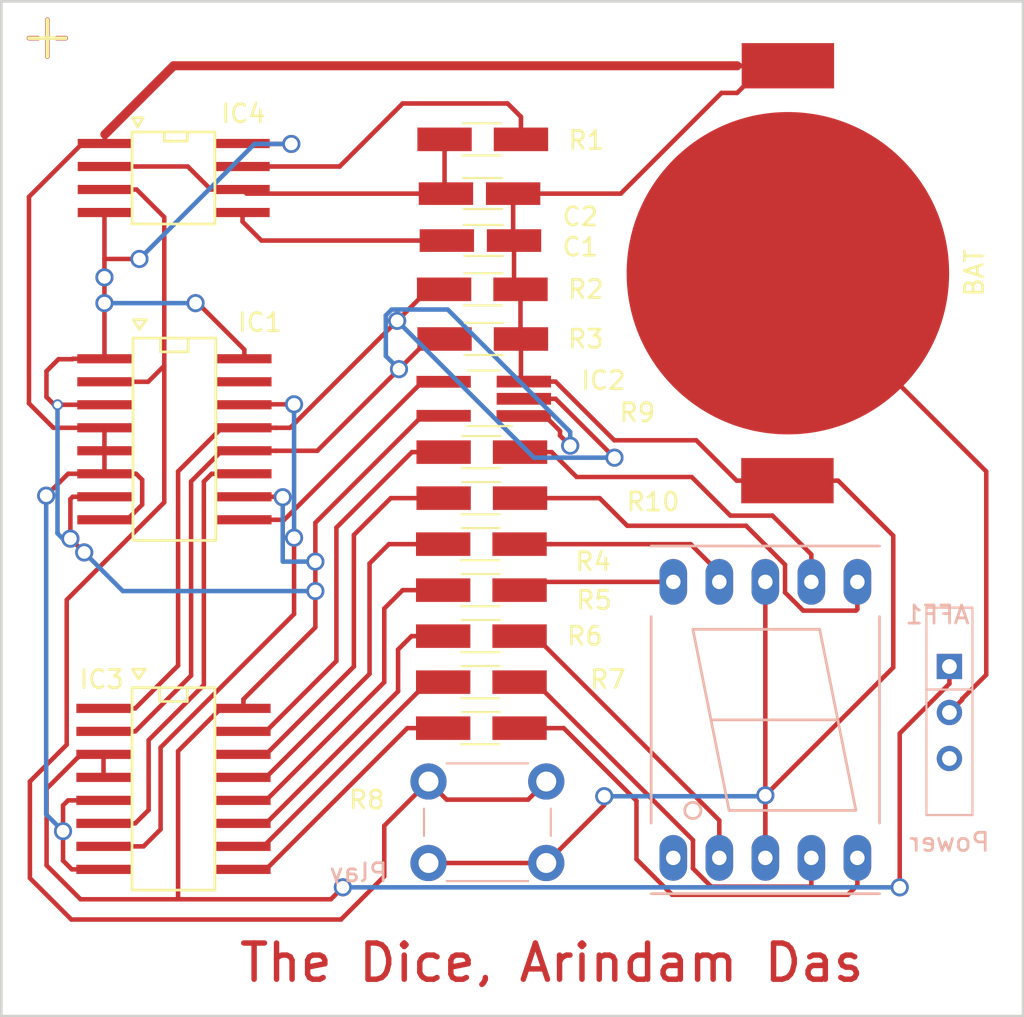
<source format=kicad_pcb>
(kicad_pcb (version 4) (host pcbnew 4.0.6-e0-6349~53~ubuntu16.04.1)

  (general
    (links 60)
    (no_connects 0)
    (area 14.250599 13.255 74.878972 69.874201)
    (thickness 1.6)
    (drawings 7)
    (tracks 309)
    (zones 0)
    (modules 21)
    (nets 30)
  )

  (page A4)
  (layers
    (0 F.Cu signal)
    (31 B.Cu signal)
    (32 B.Adhes user)
    (33 F.Adhes user)
    (34 B.Paste user)
    (35 F.Paste user)
    (36 B.SilkS user)
    (37 F.SilkS user)
    (38 B.Mask user)
    (39 F.Mask user hide)
    (40 Dwgs.User user)
    (41 Cmts.User user)
    (42 Eco1.User user)
    (43 Eco2.User user)
    (44 Edge.Cuts user)
    (45 Margin user)
    (46 B.CrtYd user)
    (47 F.CrtYd user)
    (48 B.Fab user)
    (49 F.Fab user)
  )

  (setup
    (last_trace_width 0.254)
    (trace_clearance 0.508)
    (zone_clearance 0.508)
    (zone_45_only no)
    (trace_min 0.2)
    (segment_width 0.2)
    (edge_width 0.15)
    (via_size 1)
    (via_drill 0.7)
    (via_min_size 0.4)
    (via_min_drill 0.3)
    (uvia_size 0.3)
    (uvia_drill 0.1)
    (uvias_allowed no)
    (uvia_min_size 0)
    (uvia_min_drill 0)
    (pcb_text_width 0.3)
    (pcb_text_size 1.5 1.5)
    (mod_edge_width 0.15)
    (mod_text_size 1 1)
    (mod_text_width 0.15)
    (pad_size 1.524 1.524)
    (pad_drill 0.762)
    (pad_to_mask_clearance 0.2)
    (aux_axis_origin 0 0)
    (grid_origin 124.968 13.716)
    (visible_elements FFFFFF7F)
    (pcbplotparams
      (layerselection 0x00020_00000001)
      (usegerberextensions false)
      (excludeedgelayer true)
      (linewidth 0.100000)
      (plotframeref false)
      (viasonmask false)
      (mode 1)
      (useauxorigin false)
      (hpglpennumber 1)
      (hpglpenspeed 20)
      (hpglpendiameter 15)
      (hpglpenoverlay 2)
      (psnegative false)
      (psa4output false)
      (plotreference true)
      (plotvalue true)
      (plotinvisibletext false)
      (padsonsilk false)
      (subtractmaskfromsilk false)
      (outputformat 4)
      (mirror true)
      (drillshape 0)
      (scaleselection 1)
      (outputdirectory gerber/))
  )

  (net 0 "")
  (net 1 "Net-(AFF1-Pad1)")
  (net 2 "Net-(AFF1-Pad2)")
  (net 3 GND)
  (net 4 "Net-(AFF1-Pad4)")
  (net 5 "Net-(AFF1-Pad5)")
  (net 6 "Net-(AFF1-Pad6)")
  (net 7 "Net-(AFF1-Pad7)")
  (net 8 "Net-(AFF1-Pad9)")
  (net 9 "Net-(AFF1-Pad10)")
  (net 10 "Net-(C1-Pad1)")
  (net 11 "Net-(C2-Pad1)")
  (net 12 VCC)
  (net 13 "Net-(IC1-Pad14)")
  (net 14 "Net-(IC1-Pad13)")
  (net 15 "Net-(IC1-Pad12)")
  (net 16 "Net-(IC1-Pad11)")
  (net 17 "Net-(IC1-Pad9)")
  (net 18 "Net-(IC1-Pad2)")
  (net 19 "Net-(IC1-Pad15)")
  (net 20 "Net-(IC3-Pad14)")
  (net 21 "Net-(IC3-Pad13)")
  (net 22 "Net-(IC3-Pad12)")
  (net 23 "Net-(IC3-Pad11)")
  (net 24 "Net-(IC3-Pad10)")
  (net 25 "Net-(IC3-Pad9)")
  (net 26 "Net-(IC3-Pad15)")
  (net 27 "Net-(R1-Pad1)")
  (net 28 "Net-(BT1-Pad1)")
  (net 29 "Net-(SW1-Pad3)")

  (net_class Default "This is the default net class."
    (clearance 0.508)
    (trace_width 0.254)
    (via_dia 1)
    (via_drill 0.7)
    (uvia_dia 0.3)
    (uvia_drill 0.1)
    (add_net GND)
    (add_net "Net-(AFF1-Pad1)")
    (add_net "Net-(AFF1-Pad10)")
    (add_net "Net-(AFF1-Pad2)")
    (add_net "Net-(AFF1-Pad4)")
    (add_net "Net-(AFF1-Pad5)")
    (add_net "Net-(AFF1-Pad6)")
    (add_net "Net-(AFF1-Pad7)")
    (add_net "Net-(AFF1-Pad9)")
    (add_net "Net-(BT1-Pad1)")
    (add_net "Net-(C1-Pad1)")
    (add_net "Net-(C2-Pad1)")
    (add_net "Net-(IC1-Pad11)")
    (add_net "Net-(IC1-Pad12)")
    (add_net "Net-(IC1-Pad13)")
    (add_net "Net-(IC1-Pad14)")
    (add_net "Net-(IC1-Pad15)")
    (add_net "Net-(IC1-Pad2)")
    (add_net "Net-(IC1-Pad9)")
    (add_net "Net-(IC3-Pad10)")
    (add_net "Net-(IC3-Pad11)")
    (add_net "Net-(IC3-Pad12)")
    (add_net "Net-(IC3-Pad13)")
    (add_net "Net-(IC3-Pad14)")
    (add_net "Net-(IC3-Pad15)")
    (add_net "Net-(IC3-Pad9)")
    (add_net "Net-(R1-Pad1)")
    (add_net "Net-(SW1-Pad3)")
    (add_net VCC)
  )

  (module MyPersonalLibrary:SO-16-N-HandSoldering (layer F.Cu) (tedit 59073F62) (tstamp 59072DAC)
    (at 23.876 37.9476 270)
    (descr "Module CMS SOJ 16 pins large")
    (tags "CMS SOJ")
    (path /58F663D8)
    (attr smd)
    (fp_text reference IC1 (at -6.4516 -4.7244 360) (layer F.SilkS)
      (effects (font (size 1 1) (thickness 0.15)))
    )
    (fp_text value CD74AC163 (at 0 1.27 270) (layer F.Fab) hide
      (effects (font (size 1 1) (thickness 0.15)))
    )
    (fp_line (start -6.0706 1.9304) (end -6.604 1.5494) (layer F.SilkS) (width 0.15))
    (fp_line (start -6.5786 2.2606) (end -6.0706 1.9304) (layer F.SilkS) (width 0.15))
    (fp_line (start -6.604 1.5494) (end -6.604 2.2606) (layer F.SilkS) (width 0.15))
    (fp_line (start -5.588 -0.762) (end -4.826 -0.762) (layer F.SilkS) (width 0.15))
    (fp_line (start -4.826 -0.762) (end -4.826 0.762) (layer F.SilkS) (width 0.15))
    (fp_line (start -4.826 0.762) (end -5.588 0.762) (layer F.SilkS) (width 0.15))
    (fp_line (start 5.588 -2.286) (end 5.588 2.286) (layer F.SilkS) (width 0.15))
    (fp_line (start 5.588 2.286) (end -5.588 2.286) (layer F.SilkS) (width 0.15))
    (fp_line (start -5.588 2.286) (end -5.588 -2.286) (layer F.SilkS) (width 0.15))
    (fp_line (start -5.588 -2.286) (end 5.588 -2.286) (layer F.SilkS) (width 0.15))
    (pad 16 smd rect (at -4.445 -3.8608 270) (size 0.508 3) (layers F.Cu F.Paste F.Mask)
      (net 12 VCC))
    (pad 14 smd rect (at -1.905 -3.8608 270) (size 0.508 3) (layers F.Cu F.Paste F.Mask)
      (net 13 "Net-(IC1-Pad14)"))
    (pad 13 smd rect (at -0.635 -3.8608 270) (size 0.508 3) (layers F.Cu F.Paste F.Mask)
      (net 14 "Net-(IC1-Pad13)"))
    (pad 12 smd rect (at 0.635 -3.8608 270) (size 0.508 3) (layers F.Cu F.Paste F.Mask)
      (net 15 "Net-(IC1-Pad12)"))
    (pad 11 smd rect (at 1.905 -3.8608 270) (size 0.508 3) (layers F.Cu F.Paste F.Mask)
      (net 16 "Net-(IC1-Pad11)"))
    (pad 10 smd rect (at 3.175 -3.8608 270) (size 0.508 3) (layers F.Cu F.Paste F.Mask)
      (net 12 VCC))
    (pad 9 smd rect (at 4.445 -3.8608 270) (size 0.508 3) (layers F.Cu F.Paste F.Mask)
      (net 17 "Net-(IC1-Pad9)"))
    (pad 8 smd rect (at 4.445 3.8608 270) (size 0.508 3) (layers F.Cu F.Paste F.Mask)
      (net 3 GND))
    (pad 7 smd rect (at 3.175 3.8608 270) (size 0.508 3) (layers F.Cu F.Paste F.Mask)
      (net 12 VCC))
    (pad 6 smd rect (at 1.905 3.8608 270) (size 0.508 3) (layers F.Cu F.Paste F.Mask)
      (net 3 GND))
    (pad 5 smd rect (at 0.635 3.8608 270) (size 0.508 3) (layers F.Cu F.Paste F.Mask)
      (net 3 GND))
    (pad 4 smd rect (at -0.635 3.8608 270) (size 0.508 3) (layers F.Cu F.Paste F.Mask)
      (net 3 GND))
    (pad 3 smd rect (at -1.905 3.8608 270) (size 0.508 3) (layers F.Cu F.Paste F.Mask)
      (net 12 VCC))
    (pad 2 smd rect (at -3.175 3.8608 270) (size 0.508 3) (layers F.Cu F.Paste F.Mask)
      (net 18 "Net-(IC1-Pad2)"))
    (pad 1 smd rect (at -4.445 3.8608 270) (size 0.508 3) (layers F.Cu F.Paste F.Mask)
      (net 12 VCC))
    (pad 15 smd rect (at -3.175 -3.8608 270) (size 0.508 3) (layers F.Cu F.Paste F.Mask)
      (net 19 "Net-(IC1-Pad15)"))
    (model SMD_Packages.3dshapes/SO-16-N.wrl
      (at (xyz 0 0 0))
      (scale (xyz 0.5 0.4 0.5))
      (rotate (xyz 0 0 0))
    )
  )

  (module MyPersonalLibrary:C_0805_HandSoldering (layer F.Cu) (tedit 59074008) (tstamp 59072D92)
    (at 40.894 26.9748)
    (descr "Capacitor SMD 0805, hand soldering")
    (tags "capacitor 0805")
    (path /5906F4E6)
    (attr smd)
    (fp_text reference C1 (at 5.3848 0.3556 180) (layer F.SilkS)
      (effects (font (size 1 1) (thickness 0.15)))
    )
    (fp_text value 47pF (at 0 1.75) (layer F.Fab) hide
      (effects (font (size 1 1) (thickness 0.15)))
    )
    (fp_text user %R (at 0 -1.75) (layer F.Fab) hide
      (effects (font (size 1 1) (thickness 0.15)))
    )
    (fp_line (start -1 0.62) (end -1 -0.62) (layer F.Fab) (width 0.1))
    (fp_line (start 1 0.62) (end -1 0.62) (layer F.Fab) (width 0.1))
    (fp_line (start 1 -0.62) (end 1 0.62) (layer F.Fab) (width 0.1))
    (fp_line (start -1 -0.62) (end 1 -0.62) (layer F.Fab) (width 0.1))
    (fp_line (start 1.1176 -0.8636) (end -1.0414 -0.8636) (layer F.SilkS) (width 0.12))
    (fp_line (start -1.016 0.85) (end 1.1176 0.85) (layer F.SilkS) (width 0.12))
    (fp_line (start -3.556 -0.88) (end 3.3274 -0.88) (layer F.CrtYd) (width 0.05))
    (fp_line (start -3.556 -0.8864) (end -3.556 0.8636) (layer F.CrtYd) (width 0.05))
    (fp_line (start 3.3274 0.861) (end 3.3274 -0.889) (layer F.CrtYd) (width 0.05))
    (fp_line (start 3.2766 0.8382) (end -3.556 0.8382) (layer F.CrtYd) (width 0.05))
    (pad 1 smd rect (at -1.9812 0) (size 3 1.25) (layers F.Cu F.Paste F.Mask)
      (net 10 "Net-(C1-Pad1)"))
    (pad 2 smd rect (at 1.7272 0) (size 3 1.25) (layers F.Cu F.Paste F.Mask)
      (net 3 GND))
    (model Capacitors_SMD.3dshapes/C_0805.wrl
      (at (xyz 0 0 0))
      (scale (xyz 1 1 1))
      (rotate (xyz 0 0 0))
    )
  )

  (module MyPersonalLibrary:C_0805_HandSoldering (layer F.Cu) (tedit 59073FE9) (tstamp 59072D98)
    (at 40.8432 24.384)
    (descr "Capacitor SMD 0805, hand soldering")
    (tags "capacitor 0805")
    (path /5906F793)
    (attr smd)
    (fp_text reference C2 (at 5.4356 1.27 180) (layer F.SilkS)
      (effects (font (size 1 1) (thickness 0.15)))
    )
    (fp_text value 150pF (at 0 1.75) (layer F.Fab) hide
      (effects (font (size 1 1) (thickness 0.15)))
    )
    (fp_text user %R (at 0 -1.75) (layer F.Fab) hide
      (effects (font (size 1 1) (thickness 0.15)))
    )
    (fp_line (start -1 0.62) (end -1 -0.62) (layer F.Fab) (width 0.1))
    (fp_line (start 1 0.62) (end -1 0.62) (layer F.Fab) (width 0.1))
    (fp_line (start 1 -0.62) (end 1 0.62) (layer F.Fab) (width 0.1))
    (fp_line (start -1 -0.62) (end 1 -0.62) (layer F.Fab) (width 0.1))
    (fp_line (start 1.1176 -0.8636) (end -1.0414 -0.8636) (layer F.SilkS) (width 0.12))
    (fp_line (start -1.016 0.85) (end 1.1176 0.85) (layer F.SilkS) (width 0.12))
    (fp_line (start -3.556 -0.88) (end 3.3274 -0.88) (layer F.CrtYd) (width 0.05))
    (fp_line (start -3.556 -0.8864) (end -3.556 0.8636) (layer F.CrtYd) (width 0.05))
    (fp_line (start 3.3274 0.861) (end 3.3274 -0.889) (layer F.CrtYd) (width 0.05))
    (fp_line (start 3.2766 0.8382) (end -3.556 0.8382) (layer F.CrtYd) (width 0.05))
    (pad 1 smd rect (at -1.9812 0) (size 3 1.25) (layers F.Cu F.Paste F.Mask)
      (net 11 "Net-(C2-Pad1)"))
    (pad 2 smd rect (at 1.7272 0) (size 3 1.25) (layers F.Cu F.Paste F.Mask)
      (net 3 GND))
    (model Capacitors_SMD.3dshapes/C_0805.wrl
      (at (xyz 0 0 0))
      (scale (xyz 1 1 1))
      (rotate (xyz 0 0 0))
    )
  )

  (module MyPersonalLibrary:TSOT-23-5_HandSoldering (layer F.Cu) (tedit 59073F5E) (tstamp 59072DB5)
    (at 40.9448 35.7124 180)
    (descr "5-pin TSOT23 package, http://cds.linear.com/docs/en/packaging/SOT_5_05-08-1635.pdf")
    (tags "TSOT-23-5 Hand-soldering")
    (path /590701B9)
    (attr smd)
    (fp_text reference IC2 (at -6.604 1.016 180) (layer F.SilkS)
      (effects (font (size 1 1) (thickness 0.15)))
    )
    (fp_text value 74AHC1G00 (at 0 2.5 180) (layer F.Fab) hide
      (effects (font (size 1 1) (thickness 0.15)))
    )
    (fp_text user %R (at 0 0 180) (layer F.Fab)
      (effects (font (size 0.5 0.5) (thickness 0.075)))
    )
    (fp_line (start -0.88 1.56) (end 0.88 1.56) (layer F.SilkS) (width 0.12))
    (fp_line (start 0.88 -1.51) (end -1.55 -1.51) (layer F.SilkS) (width 0.12))
    (fp_line (start -0.88 -1) (end -0.43 -1.45) (layer F.Fab) (width 0.1))
    (fp_line (start 0.88 -1.45) (end -0.43 -1.45) (layer F.Fab) (width 0.1))
    (fp_line (start -0.88 -1) (end -0.88 1.45) (layer F.Fab) (width 0.1))
    (fp_line (start 0.88 1.45) (end -0.88 1.45) (layer F.Fab) (width 0.1))
    (fp_line (start 0.88 -1.45) (end 0.88 1.45) (layer F.Fab) (width 0.1))
    (fp_line (start -2.96 -1.7) (end 2.96 -1.7) (layer F.CrtYd) (width 0.05))
    (fp_line (start -2.96 -1.7) (end -2.96 1.7) (layer F.CrtYd) (width 0.05))
    (fp_line (start 2.96 1.7) (end 2.96 -1.7) (layer F.CrtYd) (width 0.05))
    (fp_line (start 2.96 1.7) (end -2.96 1.7) (layer F.CrtYd) (width 0.05))
    (pad 1 smd rect (at -2.2098 -0.95 180) (size 3 0.65) (layers F.Cu F.Paste F.Mask)
      (net 15 "Net-(IC1-Pad12)"))
    (pad 2 smd rect (at -2.218 0 180) (size 3 0.65) (layers F.Cu F.Paste F.Mask)
      (net 14 "Net-(IC1-Pad13)"))
    (pad 3 smd rect (at -2.218 0.95 180) (size 3 0.65) (layers F.Cu F.Paste F.Mask)
      (net 3 GND))
    (pad 4 smd rect (at 2.2098 0.9398 180) (size 3 0.65) (layers F.Cu F.Paste F.Mask)
      (net 17 "Net-(IC1-Pad9)"))
    (pad 5 smd rect (at 2.2098 -0.9398 180) (size 3 0.65) (layers F.Cu F.Paste F.Mask)
      (net 12 VCC))
    (model ${KISYS3DMOD}/TO_SOT_Packages_SMD.3dshapes/TSOT-23-5.wrl
      (at (xyz 0 0 0))
      (scale (xyz 1 1 1))
      (rotate (xyz 0 0 0))
    )
  )

  (module MyPersonalLibrary:SO-16-N-HandSoldering (layer F.Cu) (tedit 5907245C) (tstamp 59072DC9)
    (at 23.8252 57.2516 270)
    (descr "Module CMS SOJ 16 pins large")
    (tags "CMS SOJ")
    (path /58F6649A)
    (attr smd)
    (fp_text reference IC3 (at -6.0452 3.9624 360) (layer F.SilkS)
      (effects (font (size 1 1) (thickness 0.15)))
    )
    (fp_text value 4511D (at 0 1.27 270) (layer F.Fab)
      (effects (font (size 1 1) (thickness 0.15)))
    )
    (fp_line (start -6.0706 1.9304) (end -6.604 1.5494) (layer F.SilkS) (width 0.15))
    (fp_line (start -6.5786 2.2606) (end -6.0706 1.9304) (layer F.SilkS) (width 0.15))
    (fp_line (start -6.604 1.5494) (end -6.604 2.2606) (layer F.SilkS) (width 0.15))
    (fp_line (start -5.588 -0.762) (end -4.826 -0.762) (layer F.SilkS) (width 0.15))
    (fp_line (start -4.826 -0.762) (end -4.826 0.762) (layer F.SilkS) (width 0.15))
    (fp_line (start -4.826 0.762) (end -5.588 0.762) (layer F.SilkS) (width 0.15))
    (fp_line (start 5.588 -2.286) (end 5.588 2.286) (layer F.SilkS) (width 0.15))
    (fp_line (start 5.588 2.286) (end -5.588 2.286) (layer F.SilkS) (width 0.15))
    (fp_line (start -5.588 2.286) (end -5.588 -2.286) (layer F.SilkS) (width 0.15))
    (fp_line (start -5.588 -2.286) (end 5.588 -2.286) (layer F.SilkS) (width 0.15))
    (pad 16 smd rect (at -4.445 -3.8608 270) (size 0.508 3) (layers F.Cu F.Paste F.Mask)
      (net 12 VCC))
    (pad 14 smd rect (at -1.905 -3.8608 270) (size 0.508 3) (layers F.Cu F.Paste F.Mask)
      (net 20 "Net-(IC3-Pad14)"))
    (pad 13 smd rect (at -0.635 -3.8608 270) (size 0.508 3) (layers F.Cu F.Paste F.Mask)
      (net 21 "Net-(IC3-Pad13)"))
    (pad 12 smd rect (at 0.635 -3.8608 270) (size 0.508 3) (layers F.Cu F.Paste F.Mask)
      (net 22 "Net-(IC3-Pad12)"))
    (pad 11 smd rect (at 1.905 -3.8608 270) (size 0.508 3) (layers F.Cu F.Paste F.Mask)
      (net 23 "Net-(IC3-Pad11)"))
    (pad 10 smd rect (at 3.175 -3.8608 270) (size 0.508 3) (layers F.Cu F.Paste F.Mask)
      (net 24 "Net-(IC3-Pad10)"))
    (pad 9 smd rect (at 4.445 -3.8608 270) (size 0.508 3) (layers F.Cu F.Paste F.Mask)
      (net 25 "Net-(IC3-Pad9)"))
    (pad 8 smd rect (at 4.445 3.8608 270) (size 0.508 3) (layers F.Cu F.Paste F.Mask)
      (net 3 GND))
    (pad 7 smd rect (at 3.175 3.8608 270) (size 0.508 3) (layers F.Cu F.Paste F.Mask)
      (net 13 "Net-(IC1-Pad14)"))
    (pad 6 smd rect (at 1.905 3.8608 270) (size 0.508 3) (layers F.Cu F.Paste F.Mask)
      (net 16 "Net-(IC1-Pad11)"))
    (pad 5 smd rect (at 0.635 3.8608 270) (size 0.508 3) (layers F.Cu F.Paste F.Mask)
      (net 3 GND))
    (pad 4 smd rect (at -0.635 3.8608 270) (size 0.508 3) (layers F.Cu F.Paste F.Mask)
      (net 12 VCC))
    (pad 3 smd rect (at -1.905 3.8608 270) (size 0.508 3) (layers F.Cu F.Paste F.Mask)
      (net 12 VCC))
    (pad 2 smd rect (at -3.175 3.8608 270) (size 0.508 3) (layers F.Cu F.Paste F.Mask)
      (net 15 "Net-(IC1-Pad12)"))
    (pad 1 smd rect (at -4.445 3.8608 270) (size 0.508 3) (layers F.Cu F.Paste F.Mask)
      (net 14 "Net-(IC1-Pad13)"))
    (pad 15 smd rect (at -3.175 -3.8608 270) (size 0.508 3) (layers F.Cu F.Paste F.Mask)
      (net 26 "Net-(IC3-Pad15)"))
    (model SMD_Packages.3dshapes/SO-16-N.wrl
      (at (xyz 0 0 0))
      (scale (xyz 0.5 0.4 0.5))
      (rotate (xyz 0 0 0))
    )
  )

  (module MyPersonalLibrary:R_0805_HandSoldering (layer F.Cu) (tedit 59077C0B) (tstamp 59072DCF)
    (at 40.894 21.3868 180)
    (descr "Resistor SMD 0805, hand soldering")
    (tags "resistor 0805")
    (path /5906F8E8)
    (attr smd)
    (fp_text reference R1 (at -5.715 -0.0508 360) (layer F.SilkS)
      (effects (font (size 1 1) (thickness 0.15)))
    )
    (fp_text value 26k (at 0 1.75 180) (layer F.Fab) hide
      (effects (font (size 1 1) (thickness 0.15)))
    )
    (fp_text user %R (at 0 0 180) (layer F.Fab)
      (effects (font (size 0.5 0.5) (thickness 0.075)))
    )
    (fp_line (start -1 0.62) (end -1 -0.62) (layer F.Fab) (width 0.1))
    (fp_line (start 1 0.62) (end -1 0.62) (layer F.Fab) (width 0.1))
    (fp_line (start 1 -0.62) (end 1 0.62) (layer F.Fab) (width 0.1))
    (fp_line (start -1 -0.62) (end 1 -0.62) (layer F.Fab) (width 0.1))
    (fp_line (start 1.0922 0.889) (end -1.016 0.889) (layer F.SilkS) (width 0.12))
    (fp_line (start -0.9906 -0.889) (end 1.1176 -0.889) (layer F.SilkS) (width 0.12))
    (fp_line (start -3.683 -0.9144) (end 3.683 -0.9144) (layer F.CrtYd) (width 0.05))
    (fp_line (start -3.683 -0.9144) (end -3.683 0.8856) (layer F.CrtYd) (width 0.05))
    (fp_line (start 3.683 0.8856) (end 3.683 -0.9144) (layer F.CrtYd) (width 0.05))
    (fp_line (start 3.683 0.889) (end -3.683 0.889) (layer F.CrtYd) (width 0.05))
    (pad 1 smd rect (at -2.1082 0 180) (size 3 1.3) (layers F.Cu F.Paste F.Mask)
      (net 27 "Net-(R1-Pad1)"))
    (pad 2 smd rect (at 2.1082 0 180) (size 3 1.3) (layers F.Cu F.Paste F.Mask)
      (net 11 "Net-(C2-Pad1)"))
    (model ${KISYS3DMOD}/Resistors_SMD.3dshapes/R_0805.wrl
      (at (xyz 0 0 0))
      (scale (xyz 1 1 1))
      (rotate (xyz 0 0 0))
    )
  )

  (module MyPersonalLibrary:R_0805_HandSoldering (layer F.Cu) (tedit 59073FDA) (tstamp 59072DD5)
    (at 40.8686 29.6672)
    (descr "Resistor SMD 0805, hand soldering")
    (tags "resistor 0805")
    (path /58F6688C)
    (attr smd)
    (fp_text reference R2 (at 5.715 0 180) (layer F.SilkS)
      (effects (font (size 1 1) (thickness 0.15)))
    )
    (fp_text value R (at 0 1.75) (layer F.Fab) hide
      (effects (font (size 1 1) (thickness 0.15)))
    )
    (fp_text user %R (at 0 0) (layer F.Fab)
      (effects (font (size 0.5 0.5) (thickness 0.075)))
    )
    (fp_line (start -1 0.62) (end -1 -0.62) (layer F.Fab) (width 0.1))
    (fp_line (start 1 0.62) (end -1 0.62) (layer F.Fab) (width 0.1))
    (fp_line (start 1 -0.62) (end 1 0.62) (layer F.Fab) (width 0.1))
    (fp_line (start -1 -0.62) (end 1 -0.62) (layer F.Fab) (width 0.1))
    (fp_line (start 1.0922 0.889) (end -1.016 0.889) (layer F.SilkS) (width 0.12))
    (fp_line (start -0.9906 -0.889) (end 1.1176 -0.889) (layer F.SilkS) (width 0.12))
    (fp_line (start -3.683 -0.9144) (end 3.683 -0.9144) (layer F.CrtYd) (width 0.05))
    (fp_line (start -3.683 -0.9144) (end -3.683 0.8856) (layer F.CrtYd) (width 0.05))
    (fp_line (start 3.683 0.8856) (end 3.683 -0.9144) (layer F.CrtYd) (width 0.05))
    (fp_line (start 3.683 0.889) (end -3.683 0.889) (layer F.CrtYd) (width 0.05))
    (pad 1 smd rect (at -2.1082 0) (size 3 1.3) (layers F.Cu F.Paste F.Mask)
      (net 14 "Net-(IC1-Pad13)"))
    (pad 2 smd rect (at 2.1082 0) (size 3 1.3) (layers F.Cu F.Paste F.Mask)
      (net 3 GND))
    (model ${KISYS3DMOD}/Resistors_SMD.3dshapes/R_0805.wrl
      (at (xyz 0 0 0))
      (scale (xyz 1 1 1))
      (rotate (xyz 0 0 0))
    )
  )

  (module MyPersonalLibrary:R_0805_HandSoldering (layer F.Cu) (tedit 59077B89) (tstamp 59072DDB)
    (at 40.894 32.4104)
    (descr "Resistor SMD 0805, hand soldering")
    (tags "resistor 0805")
    (path /58F667CD)
    (attr smd)
    (fp_text reference R3 (at 5.6896 0) (layer F.SilkS)
      (effects (font (size 1 1) (thickness 0.15)))
    )
    (fp_text value R (at 0 1.75) (layer F.Fab) hide
      (effects (font (size 1 1) (thickness 0.15)))
    )
    (fp_text user %R (at 0 0) (layer F.Fab)
      (effects (font (size 0.5 0.5) (thickness 0.075)))
    )
    (fp_line (start -1 0.62) (end -1 -0.62) (layer F.Fab) (width 0.1))
    (fp_line (start 1 0.62) (end -1 0.62) (layer F.Fab) (width 0.1))
    (fp_line (start 1 -0.62) (end 1 0.62) (layer F.Fab) (width 0.1))
    (fp_line (start -1 -0.62) (end 1 -0.62) (layer F.Fab) (width 0.1))
    (fp_line (start 1.0922 0.889) (end -1.016 0.889) (layer F.SilkS) (width 0.12))
    (fp_line (start -0.9906 -0.889) (end 1.1176 -0.889) (layer F.SilkS) (width 0.12))
    (fp_line (start -3.683 -0.9144) (end 3.683 -0.9144) (layer F.CrtYd) (width 0.05))
    (fp_line (start -3.683 -0.9144) (end -3.683 0.8856) (layer F.CrtYd) (width 0.05))
    (fp_line (start 3.683 0.8856) (end 3.683 -0.9144) (layer F.CrtYd) (width 0.05))
    (fp_line (start 3.683 0.889) (end -3.683 0.889) (layer F.CrtYd) (width 0.05))
    (pad 1 smd rect (at -2.1082 0) (size 3 1.3) (layers F.Cu F.Paste F.Mask)
      (net 15 "Net-(IC1-Pad12)"))
    (pad 2 smd rect (at 2.1082 0) (size 3 1.3) (layers F.Cu F.Paste F.Mask)
      (net 3 GND))
    (model ${KISYS3DMOD}/Resistors_SMD.3dshapes/R_0805.wrl
      (at (xyz 0 0 0))
      (scale (xyz 1 1 1))
      (rotate (xyz 0 0 0))
    )
  )

  (module MyPersonalLibrary:R_0805_HandSoldering (layer F.Cu) (tedit 59073101) (tstamp 59072DE1)
    (at 40.8178 43.7388 180)
    (descr "Resistor SMD 0805, hand soldering")
    (tags "resistor 0805")
    (path /58F66DC1)
    (attr smd)
    (fp_text reference R4 (at -6.1722 -0.9652 180) (layer F.SilkS)
      (effects (font (size 1 1) (thickness 0.15)))
    )
    (fp_text value 220R (at 0 1.75 180) (layer F.Fab) hide
      (effects (font (size 1 1) (thickness 0.15)))
    )
    (fp_text user %R (at 0 0 180) (layer F.Fab)
      (effects (font (size 0.5 0.5) (thickness 0.075)))
    )
    (fp_line (start -1 0.62) (end -1 -0.62) (layer F.Fab) (width 0.1))
    (fp_line (start 1 0.62) (end -1 0.62) (layer F.Fab) (width 0.1))
    (fp_line (start 1 -0.62) (end 1 0.62) (layer F.Fab) (width 0.1))
    (fp_line (start -1 -0.62) (end 1 -0.62) (layer F.Fab) (width 0.1))
    (fp_line (start 1.0922 0.889) (end -1.016 0.889) (layer F.SilkS) (width 0.12))
    (fp_line (start -0.9906 -0.889) (end 1.1176 -0.889) (layer F.SilkS) (width 0.12))
    (fp_line (start -3.683 -0.9144) (end 3.683 -0.9144) (layer F.CrtYd) (width 0.05))
    (fp_line (start -3.683 -0.9144) (end -3.683 0.8856) (layer F.CrtYd) (width 0.05))
    (fp_line (start 3.683 0.8856) (end 3.683 -0.9144) (layer F.CrtYd) (width 0.05))
    (fp_line (start 3.683 0.889) (end -3.683 0.889) (layer F.CrtYd) (width 0.05))
    (pad 1 smd rect (at -2.1082 0 180) (size 3 1.3) (layers F.Cu F.Paste F.Mask)
      (net 7 "Net-(AFF1-Pad7)"))
    (pad 2 smd rect (at 2.1082 0 180) (size 3 1.3) (layers F.Cu F.Paste F.Mask)
      (net 21 "Net-(IC3-Pad13)"))
    (model ${KISYS3DMOD}/Resistors_SMD.3dshapes/R_0805.wrl
      (at (xyz 0 0 0))
      (scale (xyz 1 1 1))
      (rotate (xyz 0 0 0))
    )
  )

  (module MyPersonalLibrary:R_0805_HandSoldering (layer F.Cu) (tedit 59073107) (tstamp 59072DE7)
    (at 40.8178 46.2788 180)
    (descr "Resistor SMD 0805, hand soldering")
    (tags "resistor 0805")
    (path /58F66E6D)
    (attr smd)
    (fp_text reference R5 (at -6.223 -0.5588 180) (layer F.SilkS)
      (effects (font (size 1 1) (thickness 0.15)))
    )
    (fp_text value 220R (at 0 1.75 180) (layer F.Fab) hide
      (effects (font (size 1 1) (thickness 0.15)))
    )
    (fp_text user %R (at 0 0 180) (layer F.Fab)
      (effects (font (size 0.5 0.5) (thickness 0.075)))
    )
    (fp_line (start -1 0.62) (end -1 -0.62) (layer F.Fab) (width 0.1))
    (fp_line (start 1 0.62) (end -1 0.62) (layer F.Fab) (width 0.1))
    (fp_line (start 1 -0.62) (end 1 0.62) (layer F.Fab) (width 0.1))
    (fp_line (start -1 -0.62) (end 1 -0.62) (layer F.Fab) (width 0.1))
    (fp_line (start 1.0922 0.889) (end -1.016 0.889) (layer F.SilkS) (width 0.12))
    (fp_line (start -0.9906 -0.889) (end 1.1176 -0.889) (layer F.SilkS) (width 0.12))
    (fp_line (start -3.683 -0.9144) (end 3.683 -0.9144) (layer F.CrtYd) (width 0.05))
    (fp_line (start -3.683 -0.9144) (end -3.683 0.8856) (layer F.CrtYd) (width 0.05))
    (fp_line (start 3.683 0.8856) (end 3.683 -0.9144) (layer F.CrtYd) (width 0.05))
    (fp_line (start 3.683 0.889) (end -3.683 0.889) (layer F.CrtYd) (width 0.05))
    (pad 1 smd rect (at -2.1082 0 180) (size 3 1.3) (layers F.Cu F.Paste F.Mask)
      (net 6 "Net-(AFF1-Pad6)"))
    (pad 2 smd rect (at 2.1082 0 180) (size 3 1.3) (layers F.Cu F.Paste F.Mask)
      (net 22 "Net-(IC3-Pad12)"))
    (model ${KISYS3DMOD}/Resistors_SMD.3dshapes/R_0805.wrl
      (at (xyz 0 0 0))
      (scale (xyz 1 1 1))
      (rotate (xyz 0 0 0))
    )
  )

  (module MyPersonalLibrary:R_0805_HandSoldering (layer F.Cu) (tedit 5907310D) (tstamp 59072DED)
    (at 40.8178 48.8188 180)
    (descr "Resistor SMD 0805, hand soldering")
    (tags "resistor 0805")
    (path /58F66EA6)
    (attr smd)
    (fp_text reference R6 (at -5.715 0 180) (layer F.SilkS)
      (effects (font (size 1 1) (thickness 0.15)))
    )
    (fp_text value 220R (at 0 1.75 180) (layer F.Fab) hide
      (effects (font (size 1 1) (thickness 0.15)))
    )
    (fp_text user %R (at 0 0 180) (layer F.Fab)
      (effects (font (size 0.5 0.5) (thickness 0.075)))
    )
    (fp_line (start -1 0.62) (end -1 -0.62) (layer F.Fab) (width 0.1))
    (fp_line (start 1 0.62) (end -1 0.62) (layer F.Fab) (width 0.1))
    (fp_line (start 1 -0.62) (end 1 0.62) (layer F.Fab) (width 0.1))
    (fp_line (start -1 -0.62) (end 1 -0.62) (layer F.Fab) (width 0.1))
    (fp_line (start 1.0922 0.889) (end -1.016 0.889) (layer F.SilkS) (width 0.12))
    (fp_line (start -0.9906 -0.889) (end 1.1176 -0.889) (layer F.SilkS) (width 0.12))
    (fp_line (start -3.683 -0.9144) (end 3.683 -0.9144) (layer F.CrtYd) (width 0.05))
    (fp_line (start -3.683 -0.9144) (end -3.683 0.8856) (layer F.CrtYd) (width 0.05))
    (fp_line (start 3.683 0.8856) (end 3.683 -0.9144) (layer F.CrtYd) (width 0.05))
    (fp_line (start 3.683 0.889) (end -3.683 0.889) (layer F.CrtYd) (width 0.05))
    (pad 1 smd rect (at -2.1082 0 180) (size 3 1.3) (layers F.Cu F.Paste F.Mask)
      (net 4 "Net-(AFF1-Pad4)"))
    (pad 2 smd rect (at 2.1082 0 180) (size 3 1.3) (layers F.Cu F.Paste F.Mask)
      (net 23 "Net-(IC3-Pad11)"))
    (model ${KISYS3DMOD}/Resistors_SMD.3dshapes/R_0805.wrl
      (at (xyz 0 0 0))
      (scale (xyz 1 1 1))
      (rotate (xyz 0 0 0))
    )
  )

  (module MyPersonalLibrary:R_0805_HandSoldering (layer F.Cu) (tedit 59073117) (tstamp 59072DF3)
    (at 40.8178 51.3588 180)
    (descr "Resistor SMD 0805, hand soldering")
    (tags "resistor 0805")
    (path /58F66EDE)
    (attr smd)
    (fp_text reference R7 (at -6.985 0.1524 180) (layer F.SilkS)
      (effects (font (size 1 1) (thickness 0.15)))
    )
    (fp_text value 220R (at 0 1.75 180) (layer F.Fab) hide
      (effects (font (size 1 1) (thickness 0.15)))
    )
    (fp_text user %R (at 0 0 180) (layer F.Fab)
      (effects (font (size 0.5 0.5) (thickness 0.075)))
    )
    (fp_line (start -1 0.62) (end -1 -0.62) (layer F.Fab) (width 0.1))
    (fp_line (start 1 0.62) (end -1 0.62) (layer F.Fab) (width 0.1))
    (fp_line (start 1 -0.62) (end 1 0.62) (layer F.Fab) (width 0.1))
    (fp_line (start -1 -0.62) (end 1 -0.62) (layer F.Fab) (width 0.1))
    (fp_line (start 1.0922 0.889) (end -1.016 0.889) (layer F.SilkS) (width 0.12))
    (fp_line (start -0.9906 -0.889) (end 1.1176 -0.889) (layer F.SilkS) (width 0.12))
    (fp_line (start -3.683 -0.9144) (end 3.683 -0.9144) (layer F.CrtYd) (width 0.05))
    (fp_line (start -3.683 -0.9144) (end -3.683 0.8856) (layer F.CrtYd) (width 0.05))
    (fp_line (start 3.683 0.8856) (end 3.683 -0.9144) (layer F.CrtYd) (width 0.05))
    (fp_line (start 3.683 0.889) (end -3.683 0.889) (layer F.CrtYd) (width 0.05))
    (pad 1 smd rect (at -2.1082 0 180) (size 3 1.3) (layers F.Cu F.Paste F.Mask)
      (net 2 "Net-(AFF1-Pad2)"))
    (pad 2 smd rect (at 2.1082 0 180) (size 3 1.3) (layers F.Cu F.Paste F.Mask)
      (net 24 "Net-(IC3-Pad10)"))
    (model ${KISYS3DMOD}/Resistors_SMD.3dshapes/R_0805.wrl
      (at (xyz 0 0 0))
      (scale (xyz 1 1 1))
      (rotate (xyz 0 0 0))
    )
  )

  (module MyPersonalLibrary:R_0805_HandSoldering (layer F.Cu) (tedit 5907311B) (tstamp 59072DF9)
    (at 40.8178 53.8988 180)
    (descr "Resistor SMD 0805, hand soldering")
    (tags "resistor 0805")
    (path /58F66F19)
    (attr smd)
    (fp_text reference R8 (at 6.3246 -3.9624 180) (layer F.SilkS)
      (effects (font (size 1 1) (thickness 0.15)))
    )
    (fp_text value 220R (at 0 1.75 180) (layer F.Fab) hide
      (effects (font (size 1 1) (thickness 0.15)))
    )
    (fp_text user %R (at 0 0 180) (layer F.Fab)
      (effects (font (size 0.5 0.5) (thickness 0.075)))
    )
    (fp_line (start -1 0.62) (end -1 -0.62) (layer F.Fab) (width 0.1))
    (fp_line (start 1 0.62) (end -1 0.62) (layer F.Fab) (width 0.1))
    (fp_line (start 1 -0.62) (end 1 0.62) (layer F.Fab) (width 0.1))
    (fp_line (start -1 -0.62) (end 1 -0.62) (layer F.Fab) (width 0.1))
    (fp_line (start 1.0922 0.889) (end -1.016 0.889) (layer F.SilkS) (width 0.12))
    (fp_line (start -0.9906 -0.889) (end 1.1176 -0.889) (layer F.SilkS) (width 0.12))
    (fp_line (start -3.683 -0.9144) (end 3.683 -0.9144) (layer F.CrtYd) (width 0.05))
    (fp_line (start -3.683 -0.9144) (end -3.683 0.8856) (layer F.CrtYd) (width 0.05))
    (fp_line (start 3.683 0.8856) (end 3.683 -0.9144) (layer F.CrtYd) (width 0.05))
    (fp_line (start 3.683 0.889) (end -3.683 0.889) (layer F.CrtYd) (width 0.05))
    (pad 1 smd rect (at -2.1082 0 180) (size 3 1.3) (layers F.Cu F.Paste F.Mask)
      (net 1 "Net-(AFF1-Pad1)"))
    (pad 2 smd rect (at 2.1082 0 180) (size 3 1.3) (layers F.Cu F.Paste F.Mask)
      (net 25 "Net-(IC3-Pad9)"))
    (model ${KISYS3DMOD}/Resistors_SMD.3dshapes/R_0805.wrl
      (at (xyz 0 0 0))
      (scale (xyz 1 1 1))
      (rotate (xyz 0 0 0))
    )
  )

  (module MyPersonalLibrary:R_0805_HandSoldering (layer F.Cu) (tedit 5907311E) (tstamp 59072DFF)
    (at 40.8432 38.6588 180)
    (descr "Resistor SMD 0805, hand soldering")
    (tags "resistor 0805")
    (path /58F66F4F)
    (attr smd)
    (fp_text reference R9 (at -8.5852 2.1844 180) (layer F.SilkS)
      (effects (font (size 1 1) (thickness 0.15)))
    )
    (fp_text value 220R (at 0 1.75 180) (layer F.Fab) hide
      (effects (font (size 1 1) (thickness 0.15)))
    )
    (fp_text user %R (at 0 0 180) (layer F.Fab)
      (effects (font (size 0.5 0.5) (thickness 0.075)))
    )
    (fp_line (start -1 0.62) (end -1 -0.62) (layer F.Fab) (width 0.1))
    (fp_line (start 1 0.62) (end -1 0.62) (layer F.Fab) (width 0.1))
    (fp_line (start 1 -0.62) (end 1 0.62) (layer F.Fab) (width 0.1))
    (fp_line (start -1 -0.62) (end 1 -0.62) (layer F.Fab) (width 0.1))
    (fp_line (start 1.0922 0.889) (end -1.016 0.889) (layer F.SilkS) (width 0.12))
    (fp_line (start -0.9906 -0.889) (end 1.1176 -0.889) (layer F.SilkS) (width 0.12))
    (fp_line (start -3.683 -0.9144) (end 3.683 -0.9144) (layer F.CrtYd) (width 0.05))
    (fp_line (start -3.683 -0.9144) (end -3.683 0.8856) (layer F.CrtYd) (width 0.05))
    (fp_line (start 3.683 0.8856) (end 3.683 -0.9144) (layer F.CrtYd) (width 0.05))
    (fp_line (start 3.683 0.889) (end -3.683 0.889) (layer F.CrtYd) (width 0.05))
    (pad 1 smd rect (at -2.1082 0 180) (size 3 1.3) (layers F.Cu F.Paste F.Mask)
      (net 8 "Net-(AFF1-Pad9)"))
    (pad 2 smd rect (at 2.1082 0 180) (size 3 1.3) (layers F.Cu F.Paste F.Mask)
      (net 26 "Net-(IC3-Pad15)"))
    (model ${KISYS3DMOD}/Resistors_SMD.3dshapes/R_0805.wrl
      (at (xyz 0 0 0))
      (scale (xyz 1 1 1))
      (rotate (xyz 0 0 0))
    )
  )

  (module MyPersonalLibrary:R_0805_HandSoldering (layer F.Cu) (tedit 59073122) (tstamp 59072E05)
    (at 40.8432 41.1988 180)
    (descr "Resistor SMD 0805, hand soldering")
    (tags "resistor 0805")
    (path /58F66F88)
    (attr smd)
    (fp_text reference R10 (at -9.4488 -0.2032 180) (layer F.SilkS)
      (effects (font (size 1 1) (thickness 0.15)))
    )
    (fp_text value 220R (at 0 1.75 180) (layer F.Fab) hide
      (effects (font (size 1 1) (thickness 0.15)))
    )
    (fp_text user %R (at 0 0 180) (layer F.Fab)
      (effects (font (size 0.5 0.5) (thickness 0.075)))
    )
    (fp_line (start -1 0.62) (end -1 -0.62) (layer F.Fab) (width 0.1))
    (fp_line (start 1 0.62) (end -1 0.62) (layer F.Fab) (width 0.1))
    (fp_line (start 1 -0.62) (end 1 0.62) (layer F.Fab) (width 0.1))
    (fp_line (start -1 -0.62) (end 1 -0.62) (layer F.Fab) (width 0.1))
    (fp_line (start 1.0922 0.889) (end -1.016 0.889) (layer F.SilkS) (width 0.12))
    (fp_line (start -0.9906 -0.889) (end 1.1176 -0.889) (layer F.SilkS) (width 0.12))
    (fp_line (start -3.683 -0.9144) (end 3.683 -0.9144) (layer F.CrtYd) (width 0.05))
    (fp_line (start -3.683 -0.9144) (end -3.683 0.8856) (layer F.CrtYd) (width 0.05))
    (fp_line (start 3.683 0.8856) (end 3.683 -0.9144) (layer F.CrtYd) (width 0.05))
    (fp_line (start 3.683 0.889) (end -3.683 0.889) (layer F.CrtYd) (width 0.05))
    (pad 1 smd rect (at -2.1082 0 180) (size 3 1.3) (layers F.Cu F.Paste F.Mask)
      (net 9 "Net-(AFF1-Pad10)"))
    (pad 2 smd rect (at 2.1082 0 180) (size 3 1.3) (layers F.Cu F.Paste F.Mask)
      (net 20 "Net-(IC3-Pad14)"))
    (model ${KISYS3DMOD}/Resistors_SMD.3dshapes/R_0805.wrl
      (at (xyz 0 0 0))
      (scale (xyz 1 1 1))
      (rotate (xyz 0 0 0))
    )
  )

  (module MyPersonalLibrary:SOIC-8-N-Hand-Soldering (layer F.Cu) (tedit 59081242) (tstamp 59072E11)
    (at 23.8252 23.5204 270)
    (descr "Module Narrow CMS SOJ 8 pins large")
    (tags "CMS SOJ")
    (path /58F66357)
    (attr smd)
    (fp_text reference IC4 (at -3.556 -3.8608 360) (layer F.SilkS)
      (effects (font (size 1 1) (thickness 0.15)))
    )
    (fp_text value LM555N (at 0.254 5.9944 270) (layer F.Fab) hide
      (effects (font (size 1 1) (thickness 0.15)))
    )
    (fp_line (start -2.8194 1.9812) (end -3.3274 1.6764) (layer F.SilkS) (width 0.15))
    (fp_line (start -3.3274 2.2606) (end -2.8194 1.9812) (layer F.SilkS) (width 0.15))
    (fp_line (start -3.3274 1.7018) (end -3.3274 2.2606) (layer F.SilkS) (width 0.15))
    (fp_line (start -2.54 -2.286) (end 2.54 -2.286) (layer F.SilkS) (width 0.15))
    (fp_line (start 2.54 -2.286) (end 2.54 2.286) (layer F.SilkS) (width 0.15))
    (fp_line (start 2.54 2.286) (end -2.54 2.286) (layer F.SilkS) (width 0.15))
    (fp_line (start -2.54 2.286) (end -2.54 -2.286) (layer F.SilkS) (width 0.15))
    (fp_line (start -2.54 -0.762) (end -2.032 -0.762) (layer F.SilkS) (width 0.15))
    (fp_line (start -2.032 -0.762) (end -2.032 0.508) (layer F.SilkS) (width 0.15))
    (fp_line (start -2.032 0.508) (end -2.54 0.508) (layer F.SilkS) (width 0.15))
    (pad 8 smd rect (at -1.905 -3.81 270) (size 0.508 3) (layers F.Cu F.Paste F.Mask)
      (net 12 VCC))
    (pad 7 smd rect (at -0.635 -3.81 270) (size 0.508 3) (layers F.Cu F.Paste F.Mask)
      (net 27 "Net-(R1-Pad1)"))
    (pad 6 smd rect (at 0.635 -3.81 270) (size 0.508 3) (layers F.Cu F.Paste F.Mask)
      (net 11 "Net-(C2-Pad1)"))
    (pad 5 smd rect (at 1.905 -3.81 270) (size 0.508 3) (layers F.Cu F.Paste F.Mask)
      (net 10 "Net-(C1-Pad1)"))
    (pad 4 smd rect (at 1.905 3.7846 270) (size 0.508 3) (layers F.Cu F.Paste F.Mask)
      (net 12 VCC))
    (pad 3 smd rect (at 0.635 3.7846 270) (size 0.508 3) (layers F.Cu F.Paste F.Mask)
      (net 18 "Net-(IC1-Pad2)"))
    (pad 2 smd rect (at -0.635 3.7846 270) (size 0.508 3) (layers F.Cu F.Paste F.Mask)
      (net 11 "Net-(C2-Pad1)"))
    (pad 1 smd rect (at -1.905 3.7846 270) (size 0.508 3) (layers F.Cu F.Paste F.Mask)
      (net 3 GND))
    (model SMD_Packages.3dshapes/SOIC-8-N.wrl
      (at (xyz 0 0 0))
      (scale (xyz 0.5 0.38 0.5))
      (rotate (xyz 0 0 0))
    )
  )

  (module MyPersonalLibrary:BAT-HLDR-CR2032 (layer F.Cu) (tedit 590A1C24) (tstamp 5907651E)
    (at 57.7342 28.7782 90)
    (path /59073028)
    (fp_text reference BAT (at 0.0254 10.287 90) (layer F.SilkS)
      (effects (font (size 1 1) (thickness 0.15)))
    )
    (fp_text value Battery_Cell (at -0.1524 -9.5504 90) (layer F.Fab) hide
      (effects (font (size 1 1) (thickness 0.15)))
    )
    (pad 1 smd circle (at 0 0 90) (size 17.8 17.8) (layers F.Cu F.Paste F.Mask)
      (net 28 "Net-(BT1-Pad1)"))
    (pad 2 smd rect (at 11.4554 0 90) (size 2.5 5.1) (layers F.Cu F.Paste F.Mask)
      (net 3 GND))
    (pad 2 smd rect (at -11.4554 -0.0254 90) (size 2.5 5.1) (layers F.Cu F.Paste F.Mask)
      (net 3 GND))
  )

  (module Buttons_Switches_THT:SW_PUSH_6mm (layer B.Cu) (tedit 59076801) (tstamp 590767C2)
    (at 37.8992 61.3452)
    (descr https://www.omron.com/ecb/products/pdf/en-b3f.pdf)
    (tags "tact sw push 6mm")
    (path /59075ABD)
    (fp_text reference Play (at -3.8632 0.5292) (layer B.SilkS)
      (effects (font (size 1 1) (thickness 0.15)) (justify mirror))
    )
    (fp_text value SW_Push_Dual (at 3.75 -6.7) (layer B.Fab) hide
      (effects (font (size 1 1) (thickness 0.15)) (justify mirror))
    )
    (fp_line (start 3.25 0.75) (end 6.25 0.75) (layer B.Fab) (width 0.1))
    (fp_line (start 6.25 0.75) (end 6.25 -5.25) (layer B.Fab) (width 0.1))
    (fp_line (start 6.25 -5.25) (end 0.25 -5.25) (layer B.Fab) (width 0.1))
    (fp_line (start 0.25 -5.25) (end 0.25 0.75) (layer B.Fab) (width 0.1))
    (fp_line (start 0.25 0.75) (end 3.25 0.75) (layer B.Fab) (width 0.1))
    (fp_line (start 7.75 -6) (end 8 -6) (layer B.CrtYd) (width 0.05))
    (fp_line (start 8 -6) (end 8 -5.75) (layer B.CrtYd) (width 0.05))
    (fp_line (start 7.75 1.5) (end 8 1.5) (layer B.CrtYd) (width 0.05))
    (fp_line (start 8 1.5) (end 8 1.25) (layer B.CrtYd) (width 0.05))
    (fp_line (start -1.5 1.25) (end -1.5 1.5) (layer B.CrtYd) (width 0.05))
    (fp_line (start -1.5 1.5) (end -1.25 1.5) (layer B.CrtYd) (width 0.05))
    (fp_line (start -1.5 -5.75) (end -1.5 -6) (layer B.CrtYd) (width 0.05))
    (fp_line (start -1.5 -6) (end -1.25 -6) (layer B.CrtYd) (width 0.05))
    (fp_line (start -1.25 1.5) (end 7.75 1.5) (layer B.CrtYd) (width 0.05))
    (fp_line (start -1.5 -5.75) (end -1.5 1.25) (layer B.CrtYd) (width 0.05))
    (fp_line (start 7.75 -6) (end -1.25 -6) (layer B.CrtYd) (width 0.05))
    (fp_line (start 8 1.25) (end 8 -5.75) (layer B.CrtYd) (width 0.05))
    (fp_line (start 1 -5.5) (end 5.5 -5.5) (layer B.SilkS) (width 0.12))
    (fp_line (start -0.25 -1.5) (end -0.25 -3) (layer B.SilkS) (width 0.12))
    (fp_line (start 5.5 1) (end 1 1) (layer B.SilkS) (width 0.12))
    (fp_line (start 6.75 -3) (end 6.75 -1.5) (layer B.SilkS) (width 0.12))
    (fp_circle (center 3.25 -2.25) (end 1.25 -2.5) (layer B.Fab) (width 0.1))
    (pad 2 thru_hole circle (at 0 -4.5 270) (size 2 2) (drill 1.1) (layers *.Cu *.Mask)
      (net 18 "Net-(IC1-Pad2)"))
    (pad 1 thru_hole circle (at 0 0 270) (size 2 2) (drill 1.1) (layers *.Cu *.Mask)
      (net 3 GND))
    (pad 2 thru_hole circle (at 6.5 -4.5 270) (size 2 2) (drill 1.1) (layers *.Cu *.Mask)
      (net 18 "Net-(IC1-Pad2)"))
    (pad 1 thru_hole circle (at 6.5 0 270) (size 2 2) (drill 1.1) (layers *.Cu *.Mask)
      (net 3 GND))
    (model Buttons_Switches_THT.3dshapes/SW_PUSH_6mm.wrl
      (at (xyz 0.005 0 0))
      (scale (xyz 0.3937 0.3937 0.3937))
      (rotate (xyz 0 0 0))
    )
  )

  (module MyPersonalLibrary:SW_SPST (layer B.Cu) (tedit 590774B5) (tstamp 59077540)
    (at 66.6496 53.0352 270)
    (tags "Switch Micro SPST")
    (path /5907585B)
    (fp_text reference Power (at 7.1628 0 360) (layer B.SilkS)
      (effects (font (size 1 1) (thickness 0.15)) (justify mirror))
    )
    (fp_text value SW_DPDT_x2 (at 0.025 -2.45 270) (layer B.Fab) hide
      (effects (font (size 1 1) (thickness 0.15)) (justify mirror))
    )
    (fp_line (start -5.7912 -1.27) (end -5.7912 1.27) (layer B.SilkS) (width 0.12))
    (fp_line (start -5.7912 1.27) (end 5.6642 1.27) (layer B.SilkS) (width 0.12))
    (fp_line (start 5.6642 1.27) (end 5.6642 -1.27) (layer B.SilkS) (width 0.12))
    (fp_line (start 5.6642 -1.27) (end -5.7912 -1.27) (layer B.SilkS) (width 0.12))
    (fp_line (start -1.27 1.27) (end -1.27 -1.27) (layer B.SilkS) (width 0.12))
    (pad 1 thru_hole rect (at -2.54 0 270) (size 1.397 1.397) (drill 0.8128) (layers *.Cu *.Mask)
      (net 12 VCC))
    (pad 2 thru_hole circle (at 0 0 270) (size 1.397 1.397) (drill 0.8128) (layers *.Cu *.Mask)
      (net 28 "Net-(BT1-Pad1)"))
    (pad 3 thru_hole circle (at 2.54 0 270) (size 1.397 1.397) (drill 0.8128) (layers *.Cu *.Mask)
      (net 29 "Net-(SW1-Pad3)"))
    (model Buttons_Switches_THT.3dshapes/SW_Micro_SPST.wrl
      (at (xyz 0 0 0))
      (scale (xyz 0.33 0.33 0.33))
      (rotate (xyz 0 0 0))
    )
  )

  (module Displays_7-Segment:7SegmentLED_LTS6760_LTS6780 (layer B.Cu) (tedit 0) (tstamp 59078FD8)
    (at 56.4896 53.4416 180)
    (path /58F664F5)
    (fp_text reference AFF1 (at -9.5 5.8 180) (layer B.SilkS)
      (effects (font (size 1 1) (thickness 0.15)) (justify mirror))
    )
    (fp_text value LTS-6980HR (at -0.2032 -10.922 180) (layer B.Fab)
      (effects (font (size 1 1) (thickness 0.15)) (justify mirror))
    )
    (fp_circle (center 4 -5) (end 4.4 -5.2) (layer B.SilkS) (width 0.15))
    (fp_line (start -3 5) (end -4 0) (layer B.SilkS) (width 0.15))
    (fp_line (start -4 0) (end -5 -5) (layer B.SilkS) (width 0.15))
    (fp_line (start -5 -5) (end 2 -5) (layer B.SilkS) (width 0.15))
    (fp_line (start 2 -5) (end 3 0) (layer B.SilkS) (width 0.15))
    (fp_line (start 4 5) (end 3 0) (layer B.SilkS) (width 0.15))
    (fp_line (start 3 0) (end -4 0) (layer B.SilkS) (width 0.15))
    (fp_line (start -3 5) (end 4 5) (layer B.SilkS) (width 0.15))
    (fp_line (start 6.3 -9.6) (end -6.3 -9.6) (layer B.SilkS) (width 0.15))
    (fp_line (start -6.3 5.7) (end -6.3 -5.7) (layer B.SilkS) (width 0.15))
    (fp_line (start 6.3 5.7) (end 6.3 -5.7) (layer B.SilkS) (width 0.15))
    (fp_line (start -6.3 9.6) (end 6.3 9.6) (layer B.SilkS) (width 0.15))
    (pad 1 thru_hole oval (at -5.08 -7.62 180) (size 1.524 2.524) (drill 0.8) (layers *.Cu *.Mask)
      (net 1 "Net-(AFF1-Pad1)"))
    (pad 2 thru_hole oval (at -2.54 -7.62 180) (size 1.524 2.524) (drill 0.8) (layers *.Cu *.Mask)
      (net 2 "Net-(AFF1-Pad2)"))
    (pad 3 thru_hole oval (at 0 -7.62 180) (size 1.524 2.524) (drill 0.8) (layers *.Cu *.Mask)
      (net 3 GND))
    (pad 4 thru_hole oval (at 2.54 -7.62 180) (size 1.524 2.524) (drill 0.8) (layers *.Cu *.Mask)
      (net 4 "Net-(AFF1-Pad4)"))
    (pad 5 thru_hole oval (at 5.08 -7.62 180) (size 1.524 2.524) (drill 0.8) (layers *.Cu *.Mask)
      (net 5 "Net-(AFF1-Pad5)"))
    (pad 6 thru_hole oval (at 5.08 7.62 180) (size 1.524 2.524) (drill 0.8) (layers *.Cu *.Mask)
      (net 6 "Net-(AFF1-Pad6)"))
    (pad 7 thru_hole oval (at 2.54 7.62 180) (size 1.524 2.524) (drill 0.8) (layers *.Cu *.Mask)
      (net 7 "Net-(AFF1-Pad7)"))
    (pad 8 thru_hole oval (at 0 7.62 180) (size 1.524 2.524) (drill 0.8) (layers *.Cu *.Mask)
      (net 3 GND))
    (pad 9 thru_hole oval (at -2.54 7.62 180) (size 1.524 2.524) (drill 0.8) (layers *.Cu *.Mask)
      (net 8 "Net-(AFF1-Pad9)"))
    (pad 10 thru_hole oval (at -5.08 7.62 180) (size 1.524 2.524) (drill 0.8) (layers *.Cu *.Mask)
      (net 9 "Net-(AFF1-Pad10)"))
    (model Displays_7-Segment.3dshapes/7SegmentLED_LTS6760_LTS6780.wrl
      (at (xyz 0 0 0))
      (scale (xyz 0.3937 0.3937 0.3937))
      (rotate (xyz 0 0 0))
    )
  )

  (module Mounting_Holes:MountingHole_2.5mm (layer F.Cu) (tedit 59082633) (tstamp 59082608)
    (at 66.7004 17.78)
    (descr "Mounting Hole 2.5mm, no annular")
    (tags "mounting hole 2.5mm no annular")
    (fp_text reference REF** (at 0 -3.5) (layer F.SilkS) hide
      (effects (font (size 1 1) (thickness 0.15)))
    )
    (fp_text value MountingHole_2.5mm (at 0 3.5) (layer F.Fab) hide
      (effects (font (size 1 1) (thickness 0.15)))
    )
    (fp_circle (center 0 0) (end 2.5 0) (layer Cmts.User) (width 0.15))
    (fp_circle (center 0 0) (end 2.75 0) (layer F.CrtYd) (width 0.05))
    (pad 1 np_thru_hole circle (at 0 0) (size 2.5 2.5) (drill 2.5) (layers *.Cu *.Mask))
  )

  (gr_text "The Dice, Arindam Das" (at 44.704 66.8528) (layer F.Cu)
    (effects (font (size 2 2) (thickness 0.3)))
  )
  (gr_line (start 15.8496 15.7988) (end 17.8816 15.7988) (layer F.SilkS) (width 0.2))
  (gr_line (start 16.8656 14.7828) (end 16.8656 16.8148) (layer F.SilkS) (width 0.2))
  (gr_line (start 14.3256 13.7668) (end 70.7136 13.7668) (layer Edge.Cuts) (width 0.15))
  (gr_line (start 14.3256 69.7992) (end 14.3256 13.7668) (layer Edge.Cuts) (width 0.15))
  (gr_line (start 70.7136 13.7668) (end 70.7136 69.7992) (layer Edge.Cuts) (width 0.15))
  (gr_line (start 70.7136 69.7992) (end 14.3256 69.7992) (layer Edge.Cuts) (width 0.15))

  (segment (start 17.3736 15.7988) (end 17.8816 15.7988) (width 0.25) (layer F.Cu) (net 0))
  (segment (start 15.8496 15.7988) (end 16.3576 15.7988) (width 0.25) (layer F.Cu) (net 0))
  (segment (start 16.8656 14.7828) (end 16.8656 16.8148) (width 0.25) (layer F.Cu) (net 0))
  (via (at 20.0152 29.0068) (size 1) (drill 0.7) (layers F.Cu B.Cu) (net 0))
  (segment (start 49.3776 57.912) (end 45.3644 53.8988) (width 0.25) (layer F.Cu) (net 1))
  (segment (start 45.3644 53.8988) (end 42.926 53.8988) (width 0.25) (layer F.Cu) (net 1))
  (segment (start 49.3776 61.1346) (end 49.3776 57.912) (width 0.25) (layer F.Cu) (net 1))
  (segment (start 61.5696 61.0616) (end 61.5696 62.5736) (width 0.25) (layer F.Cu) (net 1))
  (segment (start 61.5696 62.5736) (end 61.04458 63.09862) (width 0.25) (layer F.Cu) (net 1))
  (segment (start 61.04458 63.09862) (end 51.34162 63.09862) (width 0.25) (layer F.Cu) (net 1))
  (segment (start 51.34162 63.09862) (end 49.3776 61.1346) (width 0.25) (layer F.Cu) (net 1))
  (segment (start 59.0296 61.0616) (end 59.0296 62.5736) (width 0.25) (layer F.Cu) (net 2))
  (segment (start 59.0296 62.5736) (end 58.95459 62.64861) (width 0.25) (layer F.Cu) (net 2))
  (segment (start 58.95459 62.64861) (end 53.499346 62.64861) (width 0.25) (layer F.Cu) (net 2))
  (segment (start 53.499346 62.64861) (end 52.49661 61.645874) (width 0.25) (layer F.Cu) (net 2))
  (segment (start 52.49661 61.645874) (end 52.49661 60.07941) (width 0.25) (layer F.Cu) (net 2))
  (segment (start 52.49661 60.07941) (end 43.776 51.3588) (width 0.25) (layer F.Cu) (net 2))
  (segment (start 43.776 51.3588) (end 42.926 51.3588) (width 0.25) (layer F.Cu) (net 2))
  (segment (start 57.7088 40.2336) (end 54.9088 40.2336) (width 0.25) (layer F.Cu) (net 3))
  (segment (start 54.9088 40.2336) (end 52.678401 38.003201) (width 0.25) (layer F.Cu) (net 3))
  (segment (start 52.678401 38.003201) (end 48.153601 38.003201) (width 0.25) (layer F.Cu) (net 3))
  (segment (start 20.0152 37.3126) (end 17.1958 37.3126) (width 0.25) (layer F.Cu) (net 3))
  (segment (start 17.1958 37.3126) (end 15.8496 35.9664) (width 0.25) (layer F.Cu) (net 3))
  (segment (start 15.8496 35.9664) (end 15.8496 24.5604) (width 0.25) (layer F.Cu) (net 3))
  (segment (start 15.8496 24.5604) (end 18.7946 21.6154) (width 0.25) (layer F.Cu) (net 3))
  (segment (start 18.7946 21.6154) (end 20.0406 21.6154) (width 0.25) (layer F.Cu) (net 3))
  (segment (start 16.79939 41.485234) (end 16.79939 41.06097) (width 0.25) (layer B.Cu) (net 3))
  (segment (start 17.099389 40.760971) (end 16.79939 41.06097) (width 0.25) (layer F.Cu) (net 3))
  (segment (start 17.7292 59.5884) (end 16.79939 58.65859) (width 0.25) (layer B.Cu) (net 3))
  (segment (start 18.00776 39.8526) (end 17.099389 40.760971) (width 0.25) (layer F.Cu) (net 3))
  (segment (start 16.79939 58.65859) (end 16.79939 41.485234) (width 0.25) (layer B.Cu) (net 3))
  (segment (start 20.0152 39.8526) (end 18.00776 39.8526) (width 0.25) (layer F.Cu) (net 3))
  (via (at 16.79939 41.06097) (size 1) (drill 0.7) (layers F.Cu B.Cu) (net 3))
  (segment (start 17.7292 59.5884) (end 17.7292 58.166) (width 0.25) (layer F.Cu) (net 3))
  (segment (start 17.7292 61.2114) (end 17.7292 59.5884) (width 0.25) (layer F.Cu) (net 3))
  (via (at 17.7292 59.5884) (size 1) (drill 0.7) (layers F.Cu B.Cu) (net 3))
  (segment (start 47.5996 57.658) (end 56.4388 57.658) (width 0.25) (layer B.Cu) (net 3))
  (segment (start 56.4388 57.658) (end 56.4896 57.6072) (width 0.25) (layer B.Cu) (net 3))
  (via (at 56.4896 57.6072) (size 1) (drill 0.7) (layers F.Cu B.Cu) (net 3))
  (segment (start 44.3992 61.3452) (end 47.5996 58.1448) (width 0.25) (layer F.Cu) (net 3))
  (via (at 47.5996 57.658) (size 1) (drill 0.7) (layers F.Cu B.Cu) (net 3))
  (segment (start 47.5996 58.1448) (end 47.5996 57.658) (width 0.25) (layer F.Cu) (net 3))
  (segment (start 44.3992 61.3452) (end 42.984987 61.3452) (width 0.25) (layer F.Cu) (net 3))
  (segment (start 42.984987 61.3452) (end 37.8992 61.3452) (width 0.25) (layer F.Cu) (net 3))
  (segment (start 63.5508 50.546) (end 56.4896 57.6072) (width 0.25) (layer F.Cu) (net 3))
  (segment (start 56.4896 57.6072) (end 56.4896 61.0616) (width 0.25) (layer F.Cu) (net 3))
  (segment (start 63.5508 43.2756) (end 63.5508 50.546) (width 0.25) (layer F.Cu) (net 3))
  (segment (start 57.7088 40.2336) (end 60.5088 40.2336) (width 0.25) (layer F.Cu) (net 3))
  (segment (start 60.5088 40.2336) (end 63.5508 43.2756) (width 0.25) (layer F.Cu) (net 3))
  (segment (start 56.4896 45.8216) (end 56.4896 61.0616) (width 0.25) (layer F.Cu) (net 3))
  (segment (start 17.7292 58.166) (end 18.0086 57.8866) (width 0.25) (layer F.Cu) (net 3))
  (segment (start 18.0086 57.8866) (end 19.9644 57.8866) (width 0.25) (layer F.Cu) (net 3))
  (segment (start 19.9644 61.6966) (end 18.2144 61.6966) (width 0.25) (layer F.Cu) (net 3))
  (segment (start 18.2144 61.6966) (end 17.7292 61.2114) (width 0.25) (layer F.Cu) (net 3))
  (segment (start 20.0406 21.6154) (end 20.0406 21.1114) (width 0.25) (layer F.Cu) (net 3))
  (segment (start 54.9342 17.3228) (end 57.7342 17.3228) (width 0.25) (layer F.Cu) (net 3))
  (segment (start 20.0406 21.1114) (end 23.8292 17.3228) (width 0.5) (layer F.Cu) (net 3))
  (segment (start 23.8292 17.3228) (end 54.9342 17.3228) (width 0.5) (layer F.Cu) (net 3))
  (segment (start 42.5704 24.384) (end 48.509199 24.384) (width 0.25) (layer F.Cu) (net 3))
  (segment (start 48.509199 24.384) (end 54.070399 18.8228) (width 0.25) (layer F.Cu) (net 3))
  (segment (start 54.070399 18.8228) (end 54.9342 18.8228) (width 0.25) (layer F.Cu) (net 3))
  (segment (start 54.9342 18.8228) (end 56.4342 17.3228) (width 0.25) (layer F.Cu) (net 3))
  (segment (start 56.4342 17.3228) (end 57.7342 17.3228) (width 0.25) (layer F.Cu) (net 3))
  (segment (start 42.5704 24.384) (end 42.5704 26.924) (width 0.25) (layer F.Cu) (net 3))
  (segment (start 42.5704 26.924) (end 42.6212 26.9748) (width 0.25) (layer F.Cu) (net 3))
  (segment (start 42.6212 26.9748) (end 42.6212 29.3116) (width 0.25) (layer F.Cu) (net 3))
  (segment (start 42.6212 29.3116) (end 42.9768 29.6672) (width 0.25) (layer F.Cu) (net 3))
  (segment (start 42.9768 29.6672) (end 42.9768 32.385) (width 0.25) (layer F.Cu) (net 3))
  (segment (start 42.9768 32.385) (end 43.0022 32.4104) (width 0.25) (layer F.Cu) (net 3))
  (segment (start 43.0022 32.4104) (end 43.0022 34.6018) (width 0.25) (layer F.Cu) (net 3))
  (segment (start 43.0022 34.6018) (end 43.1628 34.7624) (width 0.25) (layer F.Cu) (net 3))
  (segment (start 48.153601 38.003201) (end 44.9128 34.7624) (width 0.25) (layer F.Cu) (net 3))
  (segment (start 44.9128 34.7624) (end 43.1628 34.7624) (width 0.25) (layer F.Cu) (net 3))
  (segment (start 20.0152 37.3126) (end 18.7692 37.3126) (width 0.25) (layer F.Cu) (net 3))
  (segment (start 20.0152 39.8526) (end 21.7652 39.8526) (width 0.25) (layer F.Cu) (net 3))
  (segment (start 21.7652 39.8526) (end 22.098 40.1854) (width 0.25) (layer F.Cu) (net 3))
  (segment (start 22.098 40.1854) (end 22.098 41.5558) (width 0.25) (layer F.Cu) (net 3))
  (segment (start 22.098 41.5558) (end 21.2612 42.3926) (width 0.25) (layer F.Cu) (net 3))
  (segment (start 21.2612 42.3926) (end 20.0152 42.3926) (width 0.25) (layer F.Cu) (net 3))
  (segment (start 20.0152 38.5826) (end 20.0152 39.8526) (width 0.25) (layer F.Cu) (net 3))
  (segment (start 20.0152 37.3126) (end 20.0152 38.5826) (width 0.25) (layer F.Cu) (net 3))
  (segment (start 53.9496 61.0616) (end 53.9496 58.9924) (width 0.25) (layer F.Cu) (net 4))
  (segment (start 53.9496 58.9924) (end 43.776 48.8188) (width 0.25) (layer F.Cu) (net 4))
  (segment (start 43.776 48.8188) (end 42.926 48.8188) (width 0.25) (layer F.Cu) (net 4))
  (segment (start 51.4096 45.8216) (end 43.3832 45.8216) (width 0.25) (layer F.Cu) (net 6))
  (segment (start 43.3832 45.8216) (end 42.926 46.2788) (width 0.25) (layer F.Cu) (net 6))
  (segment (start 53.9496 45.8216) (end 53.9496 45.3216) (width 0.25) (layer F.Cu) (net 7))
  (segment (start 53.9496 45.3216) (end 52.3668 43.7388) (width 0.25) (layer F.Cu) (net 7))
  (segment (start 52.3668 43.7388) (end 44.676 43.7388) (width 0.25) (layer F.Cu) (net 7))
  (segment (start 44.676 43.7388) (end 42.926 43.7388) (width 0.25) (layer F.Cu) (net 7))
  (segment (start 52.4256 40.0304) (end 46.073 40.0304) (width 0.25) (layer F.Cu) (net 8))
  (segment (start 46.073 40.0304) (end 44.7014 38.6588) (width 0.25) (layer F.Cu) (net 8))
  (segment (start 44.7014 38.6588) (end 42.9514 38.6588) (width 0.25) (layer F.Cu) (net 8))
  (segment (start 54.5592 42.164) (end 52.4256 40.0304) (width 0.25) (layer F.Cu) (net 8))
  (segment (start 56.884 42.164) (end 54.5592 42.164) (width 0.25) (layer F.Cu) (net 8))
  (segment (start 59.0296 45.8216) (end 59.0296 44.3096) (width 0.25) (layer F.Cu) (net 8))
  (segment (start 59.0296 44.3096) (end 56.884 42.164) (width 0.25) (layer F.Cu) (net 8))
  (segment (start 59.0296 45.8216) (end 59.0296 45.3216) (width 0.25) (layer F.Cu) (net 8))
  (segment (start 48.8696 42.7228) (end 47.3456 41.1988) (width 0.25) (layer F.Cu) (net 9))
  (segment (start 47.3456 41.1988) (end 42.9514 41.1988) (width 0.25) (layer F.Cu) (net 9))
  (segment (start 55.428064 42.7228) (end 48.8696 42.7228) (width 0.25) (layer F.Cu) (net 9))
  (segment (start 61.5696 45.8216) (end 61.5696 47.3336) (width 0.25) (layer F.Cu) (net 9))
  (segment (start 61.5696 47.3336) (end 61.49459 47.40861) (width 0.25) (layer F.Cu) (net 9))
  (segment (start 61.49459 47.40861) (end 58.579346 47.40861) (width 0.25) (layer F.Cu) (net 9))
  (segment (start 57.57661 46.405874) (end 57.57661 44.871346) (width 0.25) (layer F.Cu) (net 9))
  (segment (start 58.579346 47.40861) (end 57.57661 46.405874) (width 0.25) (layer F.Cu) (net 9))
  (segment (start 57.57661 44.871346) (end 55.428064 42.7228) (width 0.25) (layer F.Cu) (net 9))
  (segment (start 38.9128 26.9748) (end 28.6806 26.9748) (width 0.25) (layer F.Cu) (net 10))
  (segment (start 28.6806 26.9748) (end 27.6352 25.9294) (width 0.25) (layer F.Cu) (net 10))
  (segment (start 27.6352 25.9294) (end 27.6352 25.4254) (width 0.25) (layer F.Cu) (net 10))
  (segment (start 27.6352 24.1554) (end 25.8852 24.1554) (width 0.25) (layer F.Cu) (net 11))
  (segment (start 25.8852 24.1554) (end 24.6152 22.8854) (width 0.25) (layer F.Cu) (net 11))
  (segment (start 24.6152 22.8854) (end 21.7906 22.8854) (width 0.25) (layer F.Cu) (net 11))
  (segment (start 21.7906 22.8854) (end 20.0406 22.8854) (width 0.25) (layer F.Cu) (net 11))
  (segment (start 38.7858 21.3868) (end 38.7858 24.3078) (width 0.25) (layer F.Cu) (net 11))
  (segment (start 38.7858 24.3078) (end 38.862 24.384) (width 0.25) (layer F.Cu) (net 11))
  (segment (start 38.862 24.384) (end 27.8638 24.384) (width 0.25) (layer F.Cu) (net 11))
  (segment (start 27.8638 24.384) (end 27.6352 24.1554) (width 0.25) (layer F.Cu) (net 11))
  (segment (start 17.4244 36.0426) (end 17.4244 43.0784) (width 0.25) (layer B.Cu) (net 12))
  (segment (start 18.1356 43.434) (end 17.711336 43.434) (width 0.25) (layer B.Cu) (net 12))
  (segment (start 17.711336 43.434) (end 17.4244 43.147064) (width 0.25) (layer B.Cu) (net 12))
  (segment (start 17.4244 43.147064) (end 17.4244 43.0784) (width 0.25) (layer B.Cu) (net 12))
  (via (at 18.1356 43.434) (size 1) (drill 0.7) (layers F.Cu B.Cu) (net 12))
  (segment (start 17.4244 36.0426) (end 20.0152 36.0426) (width 0.25) (layer F.Cu) (net 12))
  (segment (start 17.2466 36.0426) (end 17.4244 36.0426) (width 0.25) (layer F.Cu) (net 12))
  (via (at 17.4244 36.0426) (size 0.6) (drill 0.4) (layers F.Cu B.Cu) (net 12))
  (segment (start 16.8148 35.6108) (end 17.2466 36.0426) (width 0.25) (layer F.Cu) (net 12))
  (segment (start 16.8148 34.1884) (end 16.8148 35.6108) (width 0.25) (layer F.Cu) (net 12))
  (segment (start 17.4752 33.528) (end 16.8148 34.1884) (width 0.25) (layer F.Cu) (net 12))
  (segment (start 18.2398 33.528) (end 17.4752 33.528) (width 0.25) (layer F.Cu) (net 12))
  (segment (start 20.0152 33.5026) (end 18.2652 33.5026) (width 0.25) (layer F.Cu) (net 12))
  (segment (start 18.2652 33.5026) (end 18.2398 33.528) (width 0.25) (layer F.Cu) (net 12))
  (segment (start 19.9644 55.3466) (end 19.9644 56.6166) (width 0.25) (layer F.Cu) (net 12))
  (segment (start 31.65559 48.33301) (end 31.65559 46.3296) (width 0.25) (layer F.Cu) (net 12))
  (segment (start 31.65559 46.3296) (end 31.65559 44.704) (width 0.25) (layer F.Cu) (net 12))
  (segment (start 18.8976 44.196) (end 21.0312 46.3296) (width 0.25) (layer B.Cu) (net 12))
  (segment (start 21.0312 46.3296) (end 31.65559 46.3296) (width 0.25) (layer B.Cu) (net 12))
  (via (at 31.65559 46.3296) (size 1) (drill 0.7) (layers F.Cu B.Cu) (net 12))
  (segment (start 18.1356 43.434) (end 18.8976 44.196) (width 0.25) (layer F.Cu) (net 12))
  (via (at 18.8976 44.196) (size 1) (drill 0.7) (layers F.Cu B.Cu) (net 12))
  (segment (start 18.1356 41.2522) (end 18.1356 43.434) (width 0.25) (layer F.Cu) (net 12))
  (segment (start 20.0152 41.1226) (end 18.2652 41.1226) (width 0.25) (layer F.Cu) (net 12))
  (segment (start 18.2652 41.1226) (end 18.1356 41.2522) (width 0.25) (layer F.Cu) (net 12))
  (segment (start 18.7184 55.3466) (end 16.821989 57.243011) (width 0.25) (layer F.Cu) (net 12))
  (segment (start 18.6944 63.3476) (end 24.0792 63.3476) (width 0.25) (layer F.Cu) (net 12))
  (segment (start 16.821989 61.475189) (end 18.6944 63.3476) (width 0.25) (layer F.Cu) (net 12))
  (segment (start 16.821989 57.243011) (end 16.821989 61.475189) (width 0.25) (layer F.Cu) (net 12))
  (segment (start 19.9644 55.3466) (end 18.7184 55.3466) (width 0.25) (layer F.Cu) (net 12))
  (segment (start 24.0792 63.3476) (end 32.512 63.3476) (width 0.25) (layer F.Cu) (net 12))
  (segment (start 27.686 52.8066) (end 26.44 52.8066) (width 0.25) (layer F.Cu) (net 12))
  (segment (start 26.44 52.8066) (end 24.0792 55.1674) (width 0.25) (layer F.Cu) (net 12))
  (segment (start 24.0792 55.1674) (end 24.0792 63.3476) (width 0.25) (layer F.Cu) (net 12))
  (segment (start 33.1724 62.6872) (end 63.9064 62.6872) (width 0.25) (layer B.Cu) (net 12))
  (segment (start 66.6496 50.4952) (end 66.6496 51.4437) (width 0.25) (layer F.Cu) (net 12))
  (segment (start 66.6496 51.4437) (end 63.9064 54.1869) (width 0.25) (layer F.Cu) (net 12))
  (segment (start 63.9064 54.1869) (end 63.9064 62.6872) (width 0.25) (layer F.Cu) (net 12))
  (via (at 63.9064 62.6872) (size 1) (drill 0.7) (layers F.Cu B.Cu) (net 12))
  (via (at 33.1724 62.6872) (size 1) (drill 0.7) (layers F.Cu B.Cu) (net 12))
  (segment (start 32.512 63.3476) (end 33.1724 62.6872) (width 0.25) (layer F.Cu) (net 12))
  (segment (start 31.65559 44.704) (end 31.65559 42.55661) (width 0.25) (layer F.Cu) (net 12))
  (segment (start 29.855 44.6886) (end 29.8704 44.704) (width 0.25) (layer B.Cu) (net 12))
  (segment (start 29.8704 44.704) (end 31.65559 44.704) (width 0.25) (layer B.Cu) (net 12))
  (via (at 31.65559 44.704) (size 1) (drill 0.7) (layers F.Cu B.Cu) (net 12))
  (segment (start 29.855 41.148) (end 29.855 44.6886) (width 0.25) (layer B.Cu) (net 12))
  (segment (start 27.7368 41.1226) (end 29.8296 41.1226) (width 0.25) (layer F.Cu) (net 12))
  (segment (start 29.8296 41.1226) (end 29.855 41.148) (width 0.25) (layer F.Cu) (net 12))
  (via (at 29.855 41.148) (size 1) (drill 0.7) (layers F.Cu B.Cu) (net 12))
  (segment (start 27.686 52.8066) (end 27.686 52.3026) (width 0.25) (layer F.Cu) (net 12))
  (segment (start 27.686 52.3026) (end 31.65559 48.33301) (width 0.25) (layer F.Cu) (net 12))
  (segment (start 31.65559 42.55661) (end 37.56 36.6522) (width 0.25) (layer F.Cu) (net 12))
  (segment (start 37.56 36.6522) (end 38.735 36.6522) (width 0.25) (layer F.Cu) (net 12))
  (segment (start 20.0152 33.5026) (end 20.0152 30.4292) (width 0.25) (layer F.Cu) (net 12))
  (segment (start 20.0152 30.4292) (end 20.0152 27.9908) (width 0.25) (layer F.Cu) (net 12))
  (segment (start 25.0444 30.4292) (end 20.0152 30.4292) (width 0.25) (layer B.Cu) (net 12))
  (via (at 20.0152 30.4292) (size 1) (drill 0.7) (layers F.Cu B.Cu) (net 12))
  (segment (start 27.7368 33.5026) (end 27.7368 32.9986) (width 0.25) (layer F.Cu) (net 12))
  (segment (start 27.7368 32.9986) (end 25.1674 30.4292) (width 0.25) (layer F.Cu) (net 12))
  (segment (start 25.1674 30.4292) (end 25.0444 30.4292) (width 0.25) (layer F.Cu) (net 12))
  (via (at 25.0444 30.4292) (size 1) (drill 0.7) (layers F.Cu B.Cu) (net 12))
  (segment (start 20.0152 27.9908) (end 20.0152 25.4508) (width 0.25) (layer F.Cu) (net 12))
  (segment (start 21.9456 27.9908) (end 20.0152 27.9908) (width 0.25) (layer F.Cu) (net 12))
  (segment (start 20.0152 25.4508) (end 20.0406 25.4254) (width 0.25) (layer F.Cu) (net 12))
  (segment (start 30.3276 21.6408) (end 27.6606 21.6408) (width 0.25) (layer F.Cu) (net 12))
  (segment (start 27.6606 21.6408) (end 27.6352 21.6154) (width 0.25) (layer F.Cu) (net 12))
  (segment (start 28.2956 21.6408) (end 30.3276 21.6408) (width 0.25) (layer B.Cu) (net 12))
  (via (at 30.3276 21.6408) (size 1) (drill 0.7) (layers F.Cu B.Cu) (net 12))
  (segment (start 21.9456 27.9908) (end 28.2956 21.6408) (width 0.25) (layer B.Cu) (net 12))
  (via (at 21.9456 27.9908) (size 1) (drill 0.7) (layers F.Cu B.Cu) (net 12))
  (segment (start 30.48 43.3832) (end 30.48 47.5996) (width 0.25) (layer F.Cu) (net 13))
  (segment (start 30.48 47.5996) (end 23.114 54.9656) (width 0.25) (layer F.Cu) (net 13))
  (segment (start 23.114 54.9656) (end 23.114 59.4868) (width 0.25) (layer F.Cu) (net 13))
  (segment (start 23.114 59.4868) (end 22.1742 60.4266) (width 0.25) (layer F.Cu) (net 13))
  (segment (start 22.1742 60.4266) (end 19.9644 60.4266) (width 0.25) (layer F.Cu) (net 13))
  (segment (start 30.48 43.3832) (end 30.48 36.0172) (width 0.25) (layer B.Cu) (net 13))
  (segment (start 30.48 36.0172) (end 27.7622 36.0172) (width 0.25) (layer F.Cu) (net 13))
  (segment (start 27.7622 36.0172) (end 27.7368 36.0426) (width 0.25) (layer F.Cu) (net 13))
  (via (at 30.48 36.0172) (size 1) (drill 0.7) (layers F.Cu B.Cu) (net 13))
  (via (at 30.48 43.3832) (size 1) (drill 0.7) (layers F.Cu B.Cu) (net 13))
  (segment (start 24.0792 50.4418) (end 24.0792 39.7242) (width 0.25) (layer F.Cu) (net 14))
  (segment (start 24.0792 39.7242) (end 26.4908 37.3126) (width 0.25) (layer F.Cu) (net 14))
  (segment (start 26.4908 37.3126) (end 27.7368 37.3126) (width 0.25) (layer F.Cu) (net 14))
  (segment (start 19.9644 52.8066) (end 21.7144 52.8066) (width 0.25) (layer F.Cu) (net 14))
  (segment (start 21.7144 52.8066) (end 24.0792 50.4418) (width 0.25) (layer F.Cu) (net 14))
  (segment (start 37.9104 29.6672) (end 36.1696 31.408) (width 0.25) (layer F.Cu) (net 14))
  (segment (start 36.1696 31.408) (end 30.265 37.3126) (width 0.25) (layer F.Cu) (net 14))
  (segment (start 43.7252 38.9636) (end 36.1696 31.408) (width 0.25) (layer B.Cu) (net 14))
  (segment (start 48.164 38.9636) (end 43.7252 38.9636) (width 0.25) (layer B.Cu) (net 14))
  (via (at 36.1696 31.408) (size 1) (drill 0.7) (layers F.Cu B.Cu) (net 14))
  (via (at 48.164 38.9636) (size 1) (drill 0.7) (layers F.Cu B.Cu) (net 14))
  (segment (start 43.1628 35.7124) (end 44.9128 35.7124) (width 0.25) (layer F.Cu) (net 14))
  (segment (start 44.9128 35.7124) (end 48.164 38.9636) (width 0.25) (layer F.Cu) (net 14))
  (segment (start 38.7604 29.6672) (end 37.9104 29.6672) (width 0.25) (layer F.Cu) (net 14))
  (segment (start 30.265 37.3126) (end 29.4868 37.3126) (width 0.25) (layer F.Cu) (net 14))
  (segment (start 29.4868 37.3126) (end 27.7368 37.3126) (width 0.25) (layer F.Cu) (net 14))
  (segment (start 45.6692 37.4904) (end 45.6184 37.4396) (width 0.25) (layer B.Cu) (net 15))
  (segment (start 45.6184 37.4396) (end 38.961799 30.782999) (width 0.25) (layer B.Cu) (net 15))
  (segment (start 45.72 38.3032) (end 45.72 37.5412) (width 0.25) (layer B.Cu) (net 15))
  (segment (start 45.72 37.5412) (end 45.6184 37.4396) (width 0.25) (layer B.Cu) (net 15))
  (segment (start 45.1576 37.7408) (end 45.72 38.3032) (width 0.25) (layer F.Cu) (net 15))
  (via (at 45.72 38.3032) (size 1) (drill 0.7) (layers F.Cu B.Cu) (net 15))
  (segment (start 45.1576 37.4904) (end 45.1576 37.7408) (width 0.25) (layer F.Cu) (net 15))
  (segment (start 37.9358 32.4104) (end 36.2712 34.075) (width 0.25) (layer F.Cu) (net 15))
  (segment (start 36.2712 34.075) (end 31.7636 38.5826) (width 0.25) (layer F.Cu) (net 15))
  (segment (start 35.544599 33.348399) (end 36.2712 34.075) (width 0.25) (layer B.Cu) (net 15))
  (segment (start 38.961799 30.782999) (end 35.869599 30.782999) (width 0.25) (layer B.Cu) (net 15))
  (segment (start 35.869599 30.782999) (end 35.544599 31.107999) (width 0.25) (layer B.Cu) (net 15))
  (segment (start 35.544599 31.107999) (end 35.544599 33.348399) (width 0.25) (layer B.Cu) (net 15))
  (via (at 36.2712 34.075) (size 1) (drill 0.7) (layers F.Cu B.Cu) (net 15))
  (segment (start 43.1546 36.6624) (end 44.3296 36.6624) (width 0.25) (layer F.Cu) (net 15))
  (segment (start 44.3296 36.6624) (end 45.1576 37.4904) (width 0.25) (layer F.Cu) (net 15))
  (segment (start 19.9644 54.0766) (end 21.7144 54.0766) (width 0.25) (layer F.Cu) (net 15))
  (segment (start 24.797591 40.275809) (end 26.4908 38.5826) (width 0.25) (layer F.Cu) (net 15))
  (segment (start 21.7144 54.0766) (end 24.79759 50.99341) (width 0.25) (layer F.Cu) (net 15))
  (segment (start 24.79759 50.99341) (end 24.797591 40.275809) (width 0.25) (layer F.Cu) (net 15))
  (segment (start 26.4908 38.5826) (end 27.7368 38.5826) (width 0.25) (layer F.Cu) (net 15))
  (segment (start 38.7858 32.4104) (end 37.9358 32.4104) (width 0.25) (layer F.Cu) (net 15))
  (segment (start 31.7636 38.5826) (end 29.4868 38.5826) (width 0.25) (layer F.Cu) (net 15))
  (segment (start 29.4868 38.5826) (end 27.7368 38.5826) (width 0.25) (layer F.Cu) (net 15))
  (segment (start 25.5016 40.2844) (end 25.9334 39.8526) (width 0.25) (layer F.Cu) (net 16))
  (segment (start 22.4536 54.5592) (end 25.5016 51.5112) (width 0.25) (layer F.Cu) (net 16))
  (segment (start 25.5016 51.5112) (end 25.5016 40.2844) (width 0.25) (layer F.Cu) (net 16))
  (segment (start 22.4536 58.4174) (end 22.4536 54.5592) (width 0.25) (layer F.Cu) (net 16))
  (segment (start 19.9644 59.1566) (end 21.7144 59.1566) (width 0.25) (layer F.Cu) (net 16))
  (segment (start 21.7144 59.1566) (end 22.4536 58.4174) (width 0.25) (layer F.Cu) (net 16))
  (segment (start 25.9334 39.8526) (end 27.7368 39.8526) (width 0.25) (layer F.Cu) (net 16))
  (segment (start 38.735 34.7726) (end 37.56 34.7726) (width 0.25) (layer F.Cu) (net 17))
  (segment (start 37.56 34.7726) (end 29.94 42.3926) (width 0.25) (layer F.Cu) (net 17))
  (segment (start 29.94 42.3926) (end 29.4868 42.3926) (width 0.25) (layer F.Cu) (net 17))
  (segment (start 29.4868 42.3926) (end 27.7368 42.3926) (width 0.25) (layer F.Cu) (net 17))
  (segment (start 23.3172 33.8836) (end 23.3172 41.429602) (width 0.25) (layer F.Cu) (net 18))
  (segment (start 23.3172 41.429602) (end 17.9324 46.814402) (width 0.25) (layer F.Cu) (net 18))
  (segment (start 35.4584 59.286) (end 37.8992 56.8452) (width 0.25) (layer F.Cu) (net 18))
  (segment (start 17.9324 46.814402) (end 17.9324 54.8132) (width 0.25) (layer F.Cu) (net 18))
  (segment (start 17.9324 54.8132) (end 15.9004 56.8452) (width 0.25) (layer F.Cu) (net 18))
  (segment (start 15.9004 56.8452) (end 15.9004 62.1792) (width 0.25) (layer F.Cu) (net 18))
  (segment (start 35.4584 62.0776) (end 35.4584 59.286) (width 0.25) (layer F.Cu) (net 18))
  (segment (start 15.9004 62.1792) (end 18.1864 64.4652) (width 0.25) (layer F.Cu) (net 18))
  (segment (start 18.1864 64.4652) (end 33.0708 64.4652) (width 0.25) (layer F.Cu) (net 18))
  (segment (start 33.0708 64.4652) (end 35.4584 62.0776) (width 0.25) (layer F.Cu) (net 18))
  (segment (start 37.8992 56.8452) (end 38.899199 57.845199) (width 0.25) (layer F.Cu) (net 18))
  (segment (start 43.399201 57.845199) (end 44.3992 56.8452) (width 0.25) (layer F.Cu) (net 18))
  (segment (start 38.899199 57.845199) (end 43.399201 57.845199) (width 0.25) (layer F.Cu) (net 18))
  (segment (start 23.3172 33.8836) (end 22.4282 34.7726) (width 0.25) (layer F.Cu) (net 18))
  (segment (start 22.4282 34.7726) (end 20.0152 34.7726) (width 0.25) (layer F.Cu) (net 18))
  (segment (start 23.3172 25.682) (end 23.3172 33.8836) (width 0.25) (layer F.Cu) (net 18))
  (segment (start 20.0406 24.1554) (end 21.7906 24.1554) (width 0.25) (layer F.Cu) (net 18))
  (segment (start 21.7906 24.1554) (end 23.3172 25.682) (width 0.25) (layer F.Cu) (net 18))
  (segment (start 33.782 43.2308) (end 35.814 41.1988) (width 0.25) (layer F.Cu) (net 20))
  (segment (start 35.814 41.1988) (end 38.735 41.1988) (width 0.25) (layer F.Cu) (net 20))
  (segment (start 33.782 50.4966) (end 33.782 43.2308) (width 0.25) (layer F.Cu) (net 20))
  (segment (start 27.686 55.3466) (end 28.932 55.3466) (width 0.25) (layer F.Cu) (net 20))
  (segment (start 28.932 55.3466) (end 33.782 50.4966) (width 0.25) (layer F.Cu) (net 20))
  (segment (start 26.44 55.3466) (end 27.686 55.3466) (width 0.25) (layer F.Cu) (net 20))
  (segment (start 34.6456 44.8056) (end 35.7124 43.7388) (width 0.25) (layer F.Cu) (net 21))
  (segment (start 35.7124 43.7388) (end 38.7096 43.7388) (width 0.25) (layer F.Cu) (net 21))
  (segment (start 34.6456 50.903) (end 34.6456 44.8056) (width 0.25) (layer F.Cu) (net 21))
  (segment (start 27.686 56.6166) (end 28.932 56.6166) (width 0.25) (layer F.Cu) (net 21))
  (segment (start 28.932 56.6166) (end 34.6456 50.903) (width 0.25) (layer F.Cu) (net 21))
  (segment (start 35.4584 47.2948) (end 36.4744 46.2788) (width 0.25) (layer F.Cu) (net 22))
  (segment (start 36.4744 46.2788) (end 38.7096 46.2788) (width 0.25) (layer F.Cu) (net 22))
  (segment (start 35.4584 51.3602) (end 35.4584 47.2948) (width 0.25) (layer F.Cu) (net 22))
  (segment (start 27.686 57.8866) (end 28.932 57.8866) (width 0.25) (layer F.Cu) (net 22))
  (segment (start 28.932 57.8866) (end 35.4584 51.3602) (width 0.25) (layer F.Cu) (net 22))
  (segment (start 36.2204 49.558) (end 36.2204 51.8682) (width 0.25) (layer F.Cu) (net 23))
  (segment (start 36.2204 51.8682) (end 28.932 59.1566) (width 0.25) (layer F.Cu) (net 23))
  (segment (start 28.932 59.1566) (end 27.686 59.1566) (width 0.25) (layer F.Cu) (net 23))
  (segment (start 38.7096 48.8188) (end 36.9596 48.8188) (width 0.25) (layer F.Cu) (net 23))
  (segment (start 36.9596 48.8188) (end 36.2204 49.558) (width 0.25) (layer F.Cu) (net 23))
  (segment (start 38.7096 51.3588) (end 37.8596 51.3588) (width 0.25) (layer F.Cu) (net 24))
  (segment (start 37.8596 51.3588) (end 28.7918 60.4266) (width 0.25) (layer F.Cu) (net 24))
  (segment (start 28.7918 60.4266) (end 27.686 60.4266) (width 0.25) (layer F.Cu) (net 24))
  (segment (start 38.7096 53.8988) (end 36.7298 53.8988) (width 0.25) (layer F.Cu) (net 25))
  (segment (start 28.932 61.6966) (end 27.686 61.6966) (width 0.25) (layer F.Cu) (net 25))
  (segment (start 36.7298 53.8988) (end 28.932 61.6966) (width 0.25) (layer F.Cu) (net 25))
  (segment (start 32.8168 42.8244) (end 36.9824 38.6588) (width 0.25) (layer F.Cu) (net 26))
  (segment (start 36.9824 38.6588) (end 38.735 38.6588) (width 0.25) (layer F.Cu) (net 26))
  (segment (start 32.8168 50.1918) (end 32.8168 42.8244) (width 0.25) (layer F.Cu) (net 26))
  (segment (start 27.686 54.0766) (end 28.932 54.0766) (width 0.25) (layer F.Cu) (net 26))
  (segment (start 28.932 54.0766) (end 32.8168 50.1918) (width 0.25) (layer F.Cu) (net 26))
  (segment (start 27.6352 22.8854) (end 32.9946 22.8854) (width 0.254) (layer F.Cu) (net 27))
  (segment (start 32.9946 22.8854) (end 36.4744 19.4056) (width 0.254) (layer F.Cu) (net 27))
  (segment (start 36.4744 19.4056) (end 42.2656 19.4056) (width 0.254) (layer F.Cu) (net 27))
  (segment (start 42.2656 19.4056) (end 43.0022 20.1422) (width 0.254) (layer F.Cu) (net 27))
  (segment (start 43.0022 20.1422) (end 43.0022 21.3868) (width 0.254) (layer F.Cu) (net 27))
  (segment (start 68.6816 50.9524) (end 68.6816 39.7256) (width 0.25) (layer F.Cu) (net 28))
  (segment (start 68.6816 39.7256) (end 57.7342 28.7782) (width 0.25) (layer F.Cu) (net 28))
  (segment (start 67.348099 52.285901) (end 68.6816 50.9524) (width 0.25) (layer F.Cu) (net 28))
  (segment (start 66.6496 53.0352) (end 67.348099 52.336701) (width 0.25) (layer F.Cu) (net 28))
  (segment (start 67.348099 52.336701) (end 67.348099 52.285901) (width 0.25) (layer F.Cu) (net 28))

)

</source>
